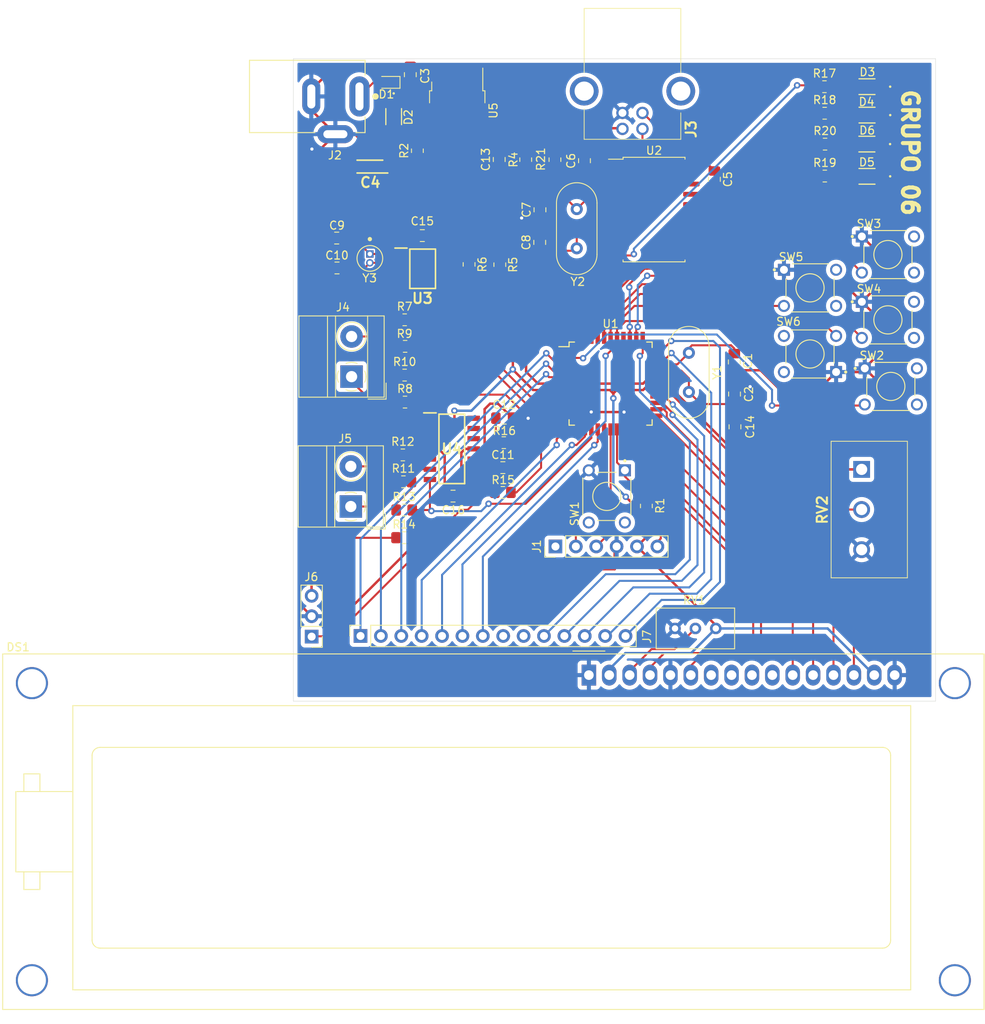
<source format=kicad_pcb>
(kicad_pcb (version 20211014) (generator pcbnew)
  (layers (0 "F.Cu" signal) (31 "B.Cu" signal) (34 "B.Paste" user) (35 "F.Paste" user) (36 "B.SilkS" user "B.Silkscreen") (37 "F.SilkS" user "F.Silkscreen") (38 "B.Mask" user) (39 "F.Mask" user) (44 "Edge.Cuts" user))
  (net 0 "")
  (net 1 "Net-(C1-Pad2)")
  (net 2 "GND")
  (net 3 "Net-(C2-Pad2)")
  (net 4 "Net-(C3-Pad1)")
  (net 5 "+5V")
  (net 6 "Net-(C5-Pad2)")
  (net 7 "Net-(C7-Pad2)")
  (net 8 "Net-(C8-Pad1)")
  (net 9 "Net-(C9-Pad2)")
  (net 10 "Net-(C10-Pad1)")
  (net 11 "Net-(C11-Pad2)")
  (net 12 "/Periféricos/Saída_analog")
  (net 13 "Net-(C12-Pad1)")
  (net 14 "Net-(C13-Pad1)")
  (net 15 "Net-(D2-Pad2)")
  (net 16 "Net-(D3-Pad2)")
  (net 17 "Net-(D4-Pad2)")
  (net 18 "Net-(D5-Pad2)")
  (net 19 "Net-(D6-Pad2)")
  (net 20 "/RS")
  (net 21 "/EN")
  (net 22 "/DB4")
  (net 23 "/DB5")
  (net 24 "/DB6")
  (net 25 "/DB7")
  (net 26 "Net-(D1-Pad2)")
  (net 27 "PGC")
  (net 28 "PGD")
  (net 29 "VPP")
  (net 30 "/Comunicação serial /VBUS")
  (net 31 "Net-(J3-Pad2)")
  (net 32 "Net-(J3-Pad3)")
  (net 33 "Net-(J4-Pad2)")
  (net 34 "Net-(J4-Pad1)")
  (net 35 "Net-(J5-Pad1)")
  (net 36 "Net-(J5-Pad2)")
  (net 37 "RB5")
  (net 38 "RC0")
  (net 40 "RD7")
  (net 41 "RD6")
  (net 42 "RD5")
  (net 43 "RE1")
  (net 44 "RE0")
  (net 45 "VUSB")
  (net 46 "ICCK")
  (net 47 "ICDT")
  (net 48 "ICPORTS")
  (net 49 "ICRST")
  (net 50 "/SDA")
  (net 51 "/SCL")
  (net 52 "Net-(R7-Pad2)")
  (net 53 "Net-(R10-Pad1)")
  (net 54 "/DIFERENCIAL1")
  (net 55 "Net-(R11-Pad2)")
  (net 56 "Net-(R12-Pad2)")
  (net 57 "/DIFERENCIAL2")
  (net 58 "/PWM")
  (net 59 "/TX")
  (net 60 "/RX")
  (net 61 "/RC4")
  (net 62 "/RC5")
  (net 63 "Net-(R21-Pad2)")
  (net 64 "/TRIMPOT")
  (net 65 "/CHAVE5")
  (net 66 "/CHAVE4")
  (net 67 "/CHAVE3")
  (net 68 "/CHAVE2")
  (net 69 "/CHAVE1")
  (net 101 "Net-(DS1-Pad3)")
  (net 103 "unconnected-(DS1-Pad8)")
  (footprint "Capacitor_SMD:C_0805_2012Metric_Pad1.18x1.45mm_HandSolder" (layer "F.Cu") (at 160.98012 85.38718 90)
    (fp_text reference "C1")
    (fp_text value "15pF")
  )
  (footprint "Capacitor_SMD:C_0805_2012Metric_Pad1.18x1.45mm_HandSolder" (layer "F.Cu") (at 161.0106 89.38514 -90)
    (fp_text reference "C2")
    (fp_text value "15pF")
  )
  (footprint "Capacitor_SMD:C_0805_2012Metric_Pad1.18x1.45mm_HandSolder" (layer "F.Cu") (at 120.61 49.6125 90)
    (fp_text reference "C3")
    (fp_text value "100nF")
  )
  (footprint "SamacSys_Parts:CAPPM3216X180N" (layer "F.Cu") (at 115.57634 61.05906 180)
    (fp_text reference "C4")
    (fp_text value "10uF" hide)
  )
  (footprint "Capacitor_SMD:C_0805_2012Metric_Pad1.18x1.45mm_HandSolder" (layer "F.Cu") (at 158.50108 62.6403 -90)
    (fp_text reference "C5")
    (fp_text value "220nF")
  )
  (footprint "Capacitor_SMD:C_0805_2012Metric_Pad1.18x1.45mm_HandSolder" (layer "F.Cu") (at 142.31366 60.325 -90)
    (fp_text reference "C6")
    (fp_text value "100nF")
  )
  (footprint "Capacitor_SMD:C_0805_2012Metric_Pad1.18x1.45mm_HandSolder" (layer "F.Cu") (at 136.7663 66.44132 90)
    (fp_text reference "C7")
    (fp_text value "22pF")
  )
  (footprint "Capacitor_SMD:C_0805_2012Metric_Pad1.18x1.45mm_HandSolder" (layer "F.Cu") (at 136.73582 70.50024 90)
    (fp_text reference "C8")
    (fp_text value "22pF")
  )
  (footprint "Capacitor_SMD:C_0805_2012Metric_Pad1.18x1.45mm_HandSolder" (layer "F.Cu") (at 111.43996 69.95922)
    (fp_text reference "C9")
    (fp_text value "10pF")
  )
  (footprint "Capacitor_SMD:C_0805_2012Metric_Pad1.18x1.45mm_HandSolder" (layer "F.Cu") (at 111.47552 73.68286 180)
    (fp_text reference "C10")
    (fp_text value "10pF")
  )
  (footprint "Capacitor_SMD:C_0805_2012Metric_Pad1.18x1.45mm_HandSolder" (layer "F.Cu") (at 132.1435 98.552)
    (fp_text reference "C11")
    (fp_text value "10u")
  )
  (footprint "Capacitor_SMD:C_0805_2012Metric_Pad1.18x1.45mm_HandSolder" (layer "F.Cu") (at 132.3086 92.3925)
    (fp_text reference "C12")
    (fp_text value "10u")
  )
  (footprint "Capacitor_SMD:C_0805_2012Metric_Pad1.18x1.45mm_HandSolder" (layer "F.Cu") (at 131.68884 60.17768 90)
    (fp_text reference "C13")
    (fp_text value "100nF")
  )
  (footprint "LED:LTST-C150GKT" (layer "F.Cu") (at 118.54 54.835601 -90)
    (fp_text reference "D2")
    (fp_text value "LED" hide)
  )
  (footprint "LED:LTST-C150GKT" (layer "F.Cu") (at 177.51298 51.10734 180)
    (fp_text reference "D3")
    (fp_text value "LED" hide)
  )
  (footprint "LED:LTST-C150GKT" (layer "F.Cu") (at 177.5206 54.6481 180)
    (fp_text reference "D4")
    (fp_text value "LED" hide)
  )
  (footprint "LED:LTST-C150GKT" (layer "F.Cu") (at 177.51298 62.27318 180)
    (fp_text reference "D5")
    (fp_text value "LED" hide)
  )
  (footprint "LED:LTST-C150GKT" (layer "F.Cu") (at 177.50028 58.25744 180)
    (fp_text reference "D6")
    (fp_text value "LED" hide)
  )
  (footprint "Display:HY1602E" (layer "F.Cu") (at 142.86 124.39)
    (fp_text reference "DS1")
    (fp_text value "HY1602E")
  )
  (footprint "Connector_PinHeader_2.54mm:PinHeader_1x06_P2.54mm_Vertical" (layer "F.Cu") (at 138.6967 108.3691 90)
    (fp_text reference "J1")
    (fp_text value "ICSP")
  )
  (footprint "PJ-002A:CUI_PJ-002A" (layer "F.Cu") (at 114.2746 52.324 180)
    (fp_text reference "J2")
    (fp_text value "PJ-002A")
  )
  (footprint "Connector_PinHeader_2.54mm:PinHeader_1x03_P2.54mm_Vertical" (layer "F.Cu") (at 108.3183 119.5959 180)
    (fp_text reference "J6")
    (fp_text value "Conn_01x03_Male")
  )
  (footprint "Connector_PinSocket_2.54mm:PinSocket_1x14_P2.54mm_Vertical" (layer "F.Cu") (at 114.40668 119.51462 90)
    (fp_text reference "J7")
    (fp_text value "Conn_01x14_Female")
  )
  (footprint "Resistor_SMD:R_0805_2012Metric_Pad1.20x1.40mm_HandSolder" (layer "F.Cu") (at 150.0251 103.3272 90)
    (fp_text reference "R1")
    (fp_text value "10k")
  )
  (footprint "Resistor_SMD:R_0805_2012Metric_Pad1.20x1.40mm_HandSolder" (layer "F.Cu") (at 121.49074 59.08548 90)
    (fp_text reference "R2")
    (fp_text value "330")
  )
  (footprint "Resistor_SMD:R_0805_2012Metric_Pad1.20x1.40mm_HandSolder" (layer "F.Cu") (at 134.99046 60.19636 -90)
    (fp_text reference "R4")
    (fp_text value "10k")
  )
  (footprint "Resistor_SMD:R_0805_2012Metric_Pad1.20x1.40mm_HandSolder" (layer "F.Cu") (at 131.76504 73.27392 -90)
    (fp_text reference "R5")
    (fp_text value "10k")
  )
  (footprint "Resistor_SMD:R_0805_2012Metric_Pad1.20x1.40mm_HandSolder" (layer "F.Cu") (at 127.93472 73.24014 -90)
    (fp_text reference "R6")
    (fp_text value "10k")
  )
  (footprint "Resistor_SMD:R_0805_2012Metric_Pad1.20x1.40mm_HandSolder" (layer "F.Cu") (at 119.91086 80.14208)
    (fp_text reference "R7")
    (fp_text value "330")
  )
  (footprint "Resistor_SMD:R_0805_2012Metric_Pad1.20x1.40mm_HandSolder" (layer "F.Cu") (at 119.94896 90.38844)
    (fp_text reference "R8")
    (fp_text value "330")
  )
  (footprint "Resistor_SMD:R_0805_2012Metric_Pad1.20x1.40mm_HandSolder" (layer "F.Cu") (at 119.9642 83.44662)
    (fp_text reference "R9")
    (fp_text value "1k")
  )
  (footprint "Resistor_SMD:R_0805_2012Metric_Pad1.20x1.40mm_HandSolder" (layer "F.Cu") (at 119.90324 87.02802)
    (fp_text reference "R10")
    (fp_text value "1k")
  )
  (footprint "Resistor_SMD:R_0805_2012Metric_Pad1.20x1.40mm_HandSolder" (layer "F.Cu") (at 119.75084 100.31222)
    (fp_text reference "R11")
    (fp_text value "330")
  )
  (footprint "Resistor_SMD:R_0805_2012Metric_Pad1.20x1.40mm_HandSolder" (layer "F.Cu") (at 119.68226 96.96704)
    (fp_text reference "R12")
    (fp_text value "330")
  )
  (footprint "Resistor_SMD:R_0805_2012Metric_Pad1.20x1.40mm_HandSolder" (layer "F.Cu") (at 119.84736 103.83012)
    (fp_text reference "R13")
    (fp_text value "1k")
  )
  (footprint "Resistor_SMD:R_0805_2012Metric_Pad1.20x1.40mm_HandSolder" (layer "F.Cu") (at 119.83466 107.27436)
    (fp_text reference "R14")
    (fp_text value "1k")
  )
  (footprint "Resistor_SMD:R_0805_2012Metric_Pad1.20x1.40mm_HandSolder" (layer "F.Cu") (at 132.1435 101.6381 180)
    (fp_text reference "R15")
    (fp_text value "3.9k")
  )
  (footprint "Resistor_SMD:R_0805_2012Metric_Pad1.20x1.40mm_HandSolder" (layer "F.Cu") (at 132.2578 95.4405 180)
    (fp_text reference "R16")
    (fp_text value "3.9k")
  )
  (footprint "Resistor_SMD:R_0805_2012Metric_Pad1.20x1.40mm_HandSolder" (layer "F.Cu") (at 172.21454 51.11242)
    (fp_text reference "R17")
    (fp_text value "330")
  )
  (footprint "Resistor_SMD:R_0805_2012Metric_Pad1.20x1.40mm_HandSolder" (layer "F.Cu") (at 172.23994 54.41442)
    (fp_text reference "R18")
    (fp_text value "330")
  )
  (footprint "Resistor_SMD:R_0805_2012Metric_Pad1.20x1.40mm_HandSolder" (layer "F.Cu") (at 172.26026 62.24016)
    (fp_text reference "R19")
    (fp_text value "330")
  )
  (footprint "Resistor_SMD:R_0805_2012Metric_Pad1.20x1.40mm_HandSolder" (layer "F.Cu") (at 172.2882 58.26252)
    (fp_text reference "R20")
    (fp_text value "330")
  )
  (footprint "Resistor_SMD:R_0805_2012Metric_Pad1.20x1.40mm_HandSolder" (layer "F.Cu") (at 138.6332 60.198 -90)
    (fp_text reference "R21")
    (fp_text value "470")
  )
  (footprint "Potentiometer_THT:Potentiometer_Bourns_3296W_Vertical" (layer "F.Cu") (at 153.5938 118.5799 180)
    (fp_text reference "RV1")
    (fp_text value "10k")
  )
  (footprint "SamacSys_Parts:P160KN0QC15B100K" (layer "F.Cu") (at 176.8472 98.77044 -90)
    (fp_text reference "RV2")
    (fp_text value "R_POT" hide)
  )
  (footprint "Chave Táctil:SW_1825910-6-4" (layer "F.Cu") (at 145.0975 102.1334 -90)
    (fp_text reference "SW1")
    (fp_text value "1825910-6")
  )
  (footprint "Chave Táctil:SW_1825910-6-4" (layer "F.Cu") (at 180.48478 88.43772)
    (fp_text reference "SW2")
    (fp_text value "1825910-6")
  )
  (footprint "Chave Táctil:SW_1825910-6-4" (layer "F.Cu") (at 180.1241 72.01662)
    (fp_text reference "SW3")
    (fp_text value "1825910-6")
  )
  (footprint "Chave Táctil:SW_1825910-6-4" (layer "F.Cu") (at 180.1241 80.14716)
    (fp_text reference "SW4")
    (fp_text value "1825910-6")
  )
  (footprint "Chave Táctil:SW_1825910-6-4" (layer "F.Cu") (at 170.41622 76.1619)
    (fp_text reference "SW5")
    (fp_text value "1825910-6")
  )
  (footprint "Chave Táctil:SW_1825910-6-4" (layer "F.Cu") (at 170.41622 84.39658 180)
    (fp_text reference "SW6")
    (fp_text value "1825910-6")
  )
  (footprint "Package_QFP:TQFP-44_10x10mm_P0.8mm" (layer "F.Cu") (at 145.5674 88.0872)
    (fp_text reference "U1")
    (fp_text value "PIC18F4550-IPT")
  )
  (footprint "Package_SO:SOIC-20W_7.5x12.8mm_P1.27mm" (layer "F.Cu") (at 150.98014 66.41084)
    (fp_text reference "U2")
    (fp_text value "MCP2200-I-SO")
  )
  (footprint "SamacSys_Parts:SOIC127P600X175-14N" (layer "F.Cu") (at 125.7808 96.2152)
    (fp_text reference "U4")
    (fp_text value "LM324" hide)
  )
  (footprint "Package_TO_SOT_SMD:TO-252-3_TabPin2" (layer "F.Cu") (at 126.46 54.09 -90)
    (fp_text reference "U5")
    (fp_text value "LD1117S50TR_SOT223")
  )
  (footprint "Crystal:Crystal_HC49-4H_Vertical" (layer "F.Cu") (at 155.321 84.2518 -90)
    (fp_text reference "Y1")
    (fp_text value "20MHz")
  )
  (footprint "Crystal:Crystal_HC49-4H_Vertical" (layer "F.Cu") (at 141.34846 66.35496 -90)
    (fp_text reference "Y2")
    (fp_text value "12MHz")
  )
  (footprint "SamacSys_Parts:XTAL_AB38T-32.768KHZ" (layer "F.Cu") (at 115.57 72.4916 -90)
    (fp_text reference "Y3")
    (fp_text value "32.768kHz")
  )
  (footprint "SamacSys_Parts:SOIC127P600X175-8N" (layer "F.Cu") (at 122.1486 73.787)
    (fp_text reference "U3")
    (fp_text value "MCP7940N-xSN" hide)
  )
  (footprint "SamacSys_Parts:8974300490000000" (layer "F.Cu") (at 147.0533 56.3626 180)
    (fp_text reference "J3")
    (fp_text value "USB" hide)
  )
  (footprint "Capacitor_SMD:C_0805_2012Metric_Pad1.18x1.45mm_HandSolder" (layer "F.Cu") (at 161.06394 93.46692 90)
    (fp_text reference "C14")
    (fp_text value "100nF")
  )
  (footprint "Capacitor_SMD:C_0805_2012Metric_Pad1.18x1.45mm_HandSolder" (layer "F.Cu") (at 122.10542 69.65442 180)
    (fp_text reference "C15")
    (fp_text value "100nF")
  )
  (footprint "Capacitor_SMD:C_0805_2012Metric_Pad1.18x1.45mm_HandSolder" (layer "F.Cu") (at 125.9332 102.10038)
    (fp_text reference "C16")
    (fp_text value "100nF")
  )
  (footprint "TerminalBlock_MetzConnect:TerminalBlock_MetzConnect_Type011_RT05502HBWC_1x02_P5.00mm_Horizontal" (layer "F.Cu") (at 113.29162 87.21852 90)
    (fp_text reference "J4")
    (fp_text value "Screw_Terminal_01x02")
  )
  (footprint "TerminalBlock_MetzConnect:TerminalBlock_MetzConnect_Type011_RT05502HBWC_1x02_P5.00mm_Horizontal" (layer "F.Cu") (at 113.1951 103.39324 90)
    (fp_text reference "J5")
    (fp_text value "Screw_Terminal_01x02")
  )
  (footprint "Diode_SMD:D_0603_1608Metric" (layer "F.Cu") (at 117.84 50.57 180)
    (fp_text reference "D1")
    (fp_text value "D_Schottky")
  )
  (gr_line (start 186.055 47.625) (end 106.045 47.625) (layer "Edge.Cuts") (width 0.05))
  (gr_line (start 106.045 47.625) (end 106.045 127.635) (layer "Edge.Cuts") (width 0.05))
  (gr_line (start 106.045 127.635) (end 186.055 127.635) (layer "Edge.Cuts") (width 0.05))
  (gr_line (start 186.055 127.635) (end 186.055 47.625) (layer "Edge.Cuts") (width 0.05))
  (gr_text "GRUPO 06" (at 182.88 59.3217 -90) (layer "F.SilkS") (effects (font (size 2 2) (thickness 0.5))))
  (segment (start 155.6981 83.3159) (end 160.5788 83.3159) (width 0.25) (layer "F.Cu") (net 1))
  (segment (start 153.8856 85.6872) (end 155.321 84.2518) (width 0.25) (layer "F.Cu") (net 1))
  (segment (start 151.2674 85.6872) (end 153.8856 85.6872) (width 0.25) (layer "F.Cu") (net 1))
  (segment (start 160.98012 83.71722) (end 160.5788 83.3159) (width 0.25) (layer "F.Cu") (net 1))
  (segment (start 155.321 83.693) (end 155.6981 83.3159) (width 0.25) (layer "F.Cu") (net 1))
  (segment (start 160.98012 84.34968) (end 160.98012 83.71722) (width 0.25) (layer "F.Cu") (net 1))
  (segment (start 155.321 84.2518) (end 155.321 83.693) (width 0.25) (layer "F.Cu") (net 1))
  (segment (start 136.4488 105.3973) (end 136.4488 105.2821) (width 0.3) (layer "F.Cu") (net 2))
  (segment (start 126.9707 96.6753) (end 127.4308 96.2152) (width 0.3) (layer "F.Cu") (net 2))
  (segment (start 114.22634 57.5437) (end 114.29772 57.5437) (width 0.3) (layer "F.Cu") (net 2))
  (segment (start 108.3183 117.0559) (end 106.80192 115.53952) (width 0.3) (layer "F.Cu") (net 2))
  (segment (start 136.74988 67.4624) (end 136.7663 67.47882) (width 0.3) (layer "F.Cu") (net 2))
  (segment (start 160.69564 87.9944) (end 160.77184 87.9182) (width 0.3) (layer "F.Cu") (net 2))
  (segment (start 106.80192 84.53882) (end 106.80192 78.41996) (width 0.3) (layer "F.Cu") (net 2))
  (segment (start 161.0106 88.34764) (end 161.0106 86.45516) (width 0.3) (layer "F.Cu") (net 2))
  (segment (start 179.02148 58.25744) (end 179.02148 54.66842) (width 0.3) (layer "F.Cu") (net 2))
  (segment (start 135.0391 71.15946) (end 136.73582 69.46274) (width 0.3) (layer "F.Cu") (net 2))
  (segment (start 176.8472 108.77044) (end 179.18684 106.4308) (width 0.3) (layer "F.Cu") (net 2))
  (segment (start 143.1671 91.6305) (end 143.1544 91.6178) (width 0.3) (layer "F.Cu") (net 2))
  (segment (start 120.59726 48.56226) (end 120.61 48.575) (width 0.3) (layer "F.Cu") (net 2))
  (segment (start 161.0106 88.34764) (end 162.83314 88.34764) (width 0.3) (layer "F.Cu") (net 2))
  (segment (start 157.59412 60.69584) (end 158.50108 61.6028) (width 0.3) (layer "F.Cu") (net 2))
  (segment (start 110.28834 74.96674) (end 110.43802 74.81706) (width 0.3) (layer "F.Cu") (net 2))
  (segment (start 155.63014 60.69584) (end 156.65514 60.69584) (width 0.3) (layer "F.Cu") (net 2))
  (segment (start 112.9665 61.05906) (end 114.22634 61.05906) (width 0.3) (layer "F.Cu") (net 2))
  (segment (start 106.80192 115.53952) (end 106.80192 85.63356) (width 0.3) (layer "F.Cu") (net 2))
  (segment (start 173.66622 86.64658) (end 176.77592 86.64658) (width 0.3) (layer "F.Cu") (net 2))
  (segment (start 179.03418 51.10734) (end 179.03418 54.64048) (width 0.3) (layer "F.Cu") (net 2))
  (segment (start 110.43802 74.81706) (end 110.43802 74.96674) (width 0.3) (layer "F.Cu") (net 2))
  (segment (start 106.80192 85.63356) (end 106.80192 85.1281) (width 0.3) (layer "F.Cu") (net 2))
  (segment (start 167.16622 74.9609) (end 168.09798 75.89266) (width 0.3) (layer "F.Cu") (net 2))
  (segment (start 177.23478 86.15306) (end 178.55184 84.836) (width 0.3) (layer "F.Cu") (net 2))
  (segment (start 176.8741 69.76662) (end 176.90128 69.76662) (width 0.3) (layer "F.Cu") (net 2))
  (segment (start 167.16622 73.9119) (end 167.16622 74.9609) (width 0.3) (layer "F.Cu") (net 2))
  (segment (start 110.43802 75.66016) (end 110.40618 75.692) (width 0.3) (layer "F.Cu") (net 2))
  (segment (start 139.8674 88.0872) (end 149.612398 88.0872) (width 0.3) (layer "F.Cu") (net 2))
  (segment (start 130.5306 62.7126) (end 139.5222 62.7126) (width 0.3) (layer "F.Cu") (net 2))
  (segment (start 174.8696 75.89266) (end 176.8741 77.89716) (width 0.3) (layer "F.Cu") (net 2))
  (segment (start 108.3183 117.0559) (end 112.1664 117.0559) (width 0.3) (layer "F.Cu") (net 2))
  (segment (start 150.5966 52.5526) (end 148.81496 52.5526) (width 0.3) (layer "F.Cu") (net 2))
  (segment (start 121.06792 73.51386) (end 121.06792 69.65442) (width 0.3) (layer "F.Cu") (net 2))
  (segment (start 131.5427 90.5891) (end 133.3461 92.3925) (width 0.3) (layer "F.Cu") (net 2))
  (segment (start 136.73582 69.46274) (end 136.73582 67.5093) (width 0.3) (layer "F.Cu") (net 2))
  (segment (start 171.75824 88.55456) (end 173.66622 86.64658) (width 0.3) (layer "F.Cu") (net 2))
  (segment (start 107.33532 85.1281) (end 106.80192 85.1281) (width 0.3) (layer "F.Cu") (net 2))
  (segment (start 106.80192 85.1281) (end 106.80192 84.53882) (width 0.3) (layer "F.Cu") (net 2))
  (segment (start 120.61 48.575) (end 120.745 48.44) (width 0.3) (layer "F.Cu") (net 2))
  (segment (start 106.82986 85.63356) (end 107.33532 85.1281) (width 0.3) (layer "F.Cu") (net 2))
  (segment (start 110.44056 74.81706) (end 111.30026 75.67676) (width 0.3) (layer "F.Cu") (net 2))
  (segment (start 129.7178 61.8998) (end 130.5306 62.7126) (width 0.3) (layer "F.Cu") (net 2))
  (segment (start 106.80192 84.53882) (end 106.80192 84.5947) (width 0.3) (layer "F.Cu") (net 2))
  (segment (start 149.612398 88.0872) (end 150.412398 87.2872) (width 0.3) (layer "F.Cu") (net 2))
  (segment (start 120.15978 74.422) (end 121.06792 73.51386) (width 0.3) (layer "F.Cu") (net 2))
  (segment (start 135.0391 86.614) (end 135.0391 71.15946) (width 0.3) (layer "F.Cu") (net 2))
  (segment (start 178.55184 84.836) (end 178.55184 79.5749) (width 0.3) (layer "F.Cu") (net 2))
  (segment (start 179.18684 88.13978) (end 177.23478 86.18772) (width 0.3) (layer "F.Cu") (net 2))
  (segment (start 177.23478 86.18772) (end 177.23478 86.15306) (width 0.3) (layer "F.Cu") (net 2))
  (segment (start 110.40246 73.6473) (end 110.43802 73.68286) (width 0.3) (layer "F.Cu") (net 2))
  (segment (start 146.0754 108.6104) (end 146.3167 108.3691) (width 0.3) (layer "F.Cu") (net 2))
  (segment (start 108.2746 52.324) (end 108.2746 54.024) (width 0.3) (layer "F.Cu") (net 2))
  (segment (start 160.98012 86.42468) (end 164.24774 86.42468) (width 0.3) (layer "F.Cu") (net 2))
  (segment (start 162.83314 88.34764) (end 162.9537 88.4682) (width 0.3) (layer "F.Cu") (net 2))
  (segment (start 152.22728 54.18328) (end 150.5966 52.5526) (width 0.3) (layer "F.Cu") (net 2))
  (segment (start 109.14126 76.08062) (end 109.54512 75.67676) (width 0.3) (layer "F.Cu") (net 2))
  (segment (start 110.42142 75.67676) (end 110.43802 75.66016) (width 0.3) (layer "F.Cu") (net 2))
  (segment (start 146.0754 111.2029) (end 137.7205 111.2029) (width 0.3) (layer "F.Cu") (net 2))
  (segment (start 155.63014 60.69584) (end 154.52344 60.69584) (width 0.3) (layer "F.Cu") (net 2))
  (segment (start 131.68884 57.15) (end 134.54498 54.29386) (width 0.3) (layer "F.Cu") (net 2))
  (segment (start 106.80192 85.63356) (end 106.82986 85.63356) (width 0.3) (layer "F.Cu") (net 2))
  (segment (start 120.83466 108.38764) (end 120.83466 107.27436) (width 0.3) (layer "F.Cu") (net 2))
  (segment (start 114.22634 61.05906) (end 114.22634 57.68366) (width 0.3) (layer "F.Cu") (net 2))
  (segment (start 168.09798 75.89266) (end 174.8696 75.89266) (width 0.3) (layer "F.Cu") (net 2))
  (segment (start 139.5222 62.7126) (end 140.8938 61.341) (width 0.3) (layer "F.Cu") (net 2))
  (segment (start 110.43802 74.81706) (end 110.44056 74.81706) (width 0.3) (layer "F.Cu") (net 2))
  (segment (start 154.52344 60.69584) (end 152.22728 58.39968) (width 0.3) (layer "F.Cu") (net 2))
  (segment (start 131.68884 59.14018) (end 130.75022 59.14018) (width 0.3) (layer "F.Cu") (net 2))
  (segment (start 110.42024 74.96674) (end 110.43802 74.96674) (width 0.3) (layer "F.Cu") (net 2))
  (segment (start 139.8674 88.0872) (end 136.5123 88.0872) (width 0.3) (layer "F.Cu") (net 2))
  (segment (start 126.9707 102.10038) (end 126.9707 96.6753) (width 0.3) (layer "F.Cu") (net 2))
  (segment (start 114.22634 57.5437) (end 114.22634 57.68366) (width 0.3) (layer "F.Cu") (net 2))
  (segment (start 129.8702 95.9258) (end 129.8702 91.2622) (width 0.3) (layer "F.Cu") (net 2))
  (segment (start 176.8741 69.76662) (end 176.8741 66.6738) (width 0.3) (layer "F.Cu") (net 2))
  (segment (start 110.43802 73.68286) (end 110.43802 74.81706) (width 0.3) (layer "F.Cu") (net 2))
  (segment (start 119.4486 75.692) (end 119.4486 74.422) (width 0.3) (layer "F.Cu") (net 2))
  (segment (start 108.2746 52.324) (end 108.2746 51.5041) (width 0.3) (layer "F.Cu") (net 2))
  (segment (start 114.29772 57.5437) (end 118.52148 53.31994) (width 0.3) (layer "F.Cu") (net 2))
  (segment (start 110.25514 74.96674) (end 110.42024 74.96674) (width 0.3) (layer "F.Cu") (net 2))
  (segment (start 108.2746 54.024) (end 111.2746 57.024) (width 0.3) (layer "F.Cu") (net 2))
  (segment (start 110.40246 69.95922) (end 110.40246 73.6473) (width 0.3) (layer "F.Cu") (net 2))
  (segment (start 111.30026 75.67676) (end 119.43336 75.67676) (width 0.3) (layer "F.Cu") (net 2))
  (segment (start 162.9537 91.25458) (end 162.9537 88.4682) (width 0.3) (layer "F.Cu") (net 2))
  (segment (start 130.5433 90.5891) (end 131.5427 90.5891) (width 0.3) (layer "F.Cu") (net 2))
  (segment (start 129.8702 91.2622) (end 130.5433 90.5891) (width 0.3) (layer "F.Cu") (net 2))
  (segment (start 136.4361 105.41) (end 136.4488 105.3973) (width 0.3) (layer "F.Cu") (net 2))
  (segment (start 161.77886 92.42942) (end 162.9537 91.25458) (width 0.3) (layer "F.Cu") (net 2))
  (segment (start 106.80192 84.5947) (end 107.33532 85.1281) (width 0.3) (layer "F.Cu") (net 2))
  (segment (start 110.43802 74.96674) (end 110.43802 75.66016) (width 0.3) (layer "F.Cu") (net 2))
  (segment (start 119.00332 85.1281) (end 107.33532 85.1281) (width 0.3) (layer "F.Cu") (net 2))
  (segment (start 161.06394 92.42942) (end 161.77886 92.42942) (width 0.3) (layer "F.Cu") (net 2))
  (segment (start 135.2804 92.3925) (end 135.2931 92.4052) (width 0.3) (layer "F.Cu") (net 2))
  (segment (start 128.5058 96.2152) (end 129.5808 96.2152) (width 0.3) (layer "F.Cu") (net 2))
  (segment (start 137.7205 111.2029) (end 136.4488 109.9312) (width 0.3) (layer "F.Cu") (net 2))
  (segment (start 112.1664 117.0559) (end 120.83466 108.38764) (width 0.3) (layer "F.Cu") (net 2))
  (segment (start 110.25514 74.96674) (end 110.28834 74.96674) (width 0.3) (layer "F.Cu") (net 2))
  (segment (start 128.67262 50.42368) (end 130.6748 50.42368) (width 0.3) (layer "F.Cu") (net 2))
  (segment (start 130.6748 50.42368) (end 134.54498 54.29386) (width 0.3) (layer "F.Cu") (net 2))
  (segment (start 178.54168 76.22958) (end 176.8741 77.89716) (width 0.3) (layer "F.Cu") (net 2))
  (segment (start 179.03418 64.51372) (end 179.03418 62.27318) (width 0.3) (layer "F.Cu") (net 2))
  (segment (start 119.4486 74.422) (end 120.15978 74.422) (width 0.3) (layer "F.Cu") (net 2))
  (segment (start 110.40246 69.95922) (end 110.40246 63.6231) (width 0.3) (layer "F.Cu") (net 2))
  (segment (start 178.54168 71.40702) (end 178.54168 76.22958) (width 0.3) (layer "F.Cu") (net 2))
  (segment (start 120.745 48.44) (end 127.29 48.44) (width 0.3) (layer "F.Cu") (net 2))
  (segment (start 173.1158 87.26304) (end 173.1158 87.2469) (width 0.25) (layer "F.Cu") (net 2))
  (segment (start 109.42394 58.87466) (end 111.2746 57.024) (width 0.3) (layer "F.Cu") (net 2))
  (segment (start 113.70664 57.024) (end 114.22634 57.5437) (width 0.3) (layer "F.Cu") (net 2))
  (segment (start 147.2438 91.6305) (end 143.1671 91.6305) (width 0.3) (layer "F.Cu") (net 2))
  (segment (start 108.2746 51.5041) (end 111.21644 48.56226) (width 0.3) (layer "F.Cu") (net 2))
  (segment (start 108.34878 58.87466) (end 109.42394 58.87466) (width 0.3) (layer "F.Cu") (net 2))
  (segment (start 176.77592 86.64658) (end 177.23478 86.18772) (width 0.3) (layer "F.Cu") (net 2))
  (segment (start 140.8938 60.70736) (end 142.31366 59.2875) (width 0.3) (layer "F.Cu") (net 2))
  (segment (start 136.73582 67.5093) (end 136.7663 67.47882) (width 0.3) (layer "F.Cu") (net 2))
  (segment (start 111.2746 57.024) (end 113.70664 57.024) (width 0.3) (layer "F.Cu") (net 2))
  (segment (start 127.4308 96.2152) (end 128.5058 96.2152) (width 0.3) (layer "F.Cu") (net 2))
  (segment (start 136.4488 105.2821) (end 142.8475 98.8834) (width 0.3) (layer "F.Cu") (net 2))
  (segment (start 179.03418 62.27318) (end 179.03418 58.27014) (width 0.3) (layer "F.Cu") (net 2))
  (segment (start 166.37762 88.55456) (end 171.75824 88.55456) (width 0.3) (layer "F.Cu") (net 2))
  (segment (start 176.90128 69.76662) (end 178.54168 71.40702) (width 0.3) (layer "F.Cu") (net 2))
  (segment (start 130.75022 59.14018) (end 129.7178 60.1726) (width 0.3) (layer "F.Cu") (net 2))
  (segment (start 129.5808 96.2152) (end 129.8702 95.9258) (width 0.3) (layer "F.Cu") (net 2))
  (segment (start 106.80192 78.41996) (end 109.14126 76.08062) (width 0.3) (layer "F.Cu") (net 2))
  (segment (start 148.81496 52.5526) (end 147.04576 54.3218) (width 0.3) (layer "F.Cu") (net 2))
  (segment (start 176.8741 66.6738) (end 179.03418 64.51372) (width 0.3) (layer "F.Cu") (net 2))
  (segment (start 179.18684 106.4308) (end 179.18684 88.13978) (width 0.3) (layer "F.Cu") (net 2))
  (segment (start 146.0754 111.2029) (end 146.0754 108.6104) (width 0.3) (layer "F.Cu") (net 2))
  (segment (start 110.42024 74.96674) (end 110.42024 75.19788) (width 0.3) (layer "F.Cu") (net 2))
  (segment (start 111.21644 48.56226) (end 120.59726 48.56226) (width 0.3) (layer "F.Cu") (net 2))
  (segment (start 129.7178 60.1726) (end 129.7178 61.8998) (width 0.3) (layer "F.Cu") (net 2))
  (segment (start 179.02148 54.66842) (end 179.0418 54.6481) (width 0.3) (layer "F.Cu") (net 2))
  (segment (start 109.54512 75.67676) (end 110.42142 75.67676) (width 0.3) (layer "F.Cu") (net 2))
  (segment (start 136.5123 88.0872) (end 135.0391 86.614) (width 0.3) (layer "F.Cu") (net 2))
  (segment (start 140.8938 61.341) (end 140.8938 60.70736) (width 0.3) (layer "F.Cu") (net 2))
  (segment (start 161.0106 86.45516) (end 160.98012 86.42468) (width 0.3) (layer "F.Cu") (net 2))
  (segment (start 110.40246 63.6231) (end 112.9665 61.05906) (width 0.3) (layer "F.Cu") (net 2))
  (segment (start 120.90324 87.02802) (end 120.90324 86.9028) (width 0.3) (layer "F.Cu") (net 2))
  (segment (start 164.24774 86.42468) (end 166.37762 88.55456) (width 0.3) (layer "F.Cu") (net 2))
  (segment (start 152.22728 58.39968) (end 152.22728 54.18328) (width 0.3) (layer "F.Cu") (net 2))
  (segment (start 136.4488 109.9312) (end 136.4488 105.3973) (width 0.3) (layer "F.Cu") (net 2))
  (segment (start 178.55184 79.5749) (end 176.8741 77.89716) (width 0.3) (layer "F.Cu") (net 2))
  (segment (start 131.68884 59.14018) (end 131.68884 57.15) (width 0.3) (layer "F.Cu") (net 2))
  (segment (start 155.63014 60.69584) (end 157.59412 60.69584) (width 0.3) (layer "F.Cu") (net 2))
  (segment (start 150.412398 87.2872) (end 151.2674 87.2872) (width 0.3) (layer "F.Cu") (net 2))
  (segment (start 134.4803 67.4624) (end 136.74988 67.4624) (width 0.3) (layer "F.Cu") (net 2))
  (segment (start 120.90324 86.9028) (end 120.800435 86.9028) (width 0.3) (layer "F.Cu") (net 2))
  (segment (start 127.29 48.44) (end 128.74 49.89) (width 0.3) (layer "F.Cu") (net 2))
  (segment (start 179.03418 54.64048) (end 179.0418 54.6481) (width 0.3) (layer "F.Cu") (net 2))
  (segment (start 120.90324 87.02802) (end 119.00332 85.1281) (width 0.3) (layer "F.Cu") (net 2))
  (segment (start 179.03418 58.27014) (end 179.02148 58.25744) (width 0.3) (layer "F.Cu") (net 2))
  (segment (start 133.3461 92.3925) (end 135.2804 92.3925) (width 0.3) (layer "F.Cu") (net 2))
  (segment (start 110.42142 75.67676) (end 111.30026 75.67676) (width 0.3) (layer "F.Cu") (net 2))
  (segment (start 109.54512 75.67676) (end 110.25514 74.96674) (width 0.3) (layer "F.Cu") (net 2))
  (segment (start 119.43336 75.67676) (end 119.4486 75.692) (width 0.3) (layer "F.Cu") (net 2))
  (via (at 135.2931 92.4052) (size 0.8) (drill 0.4) (layers "F.Cu" "B.Cu") (net 2))
  (via (at 134.4803 67.4624) (size 0.8) (drill 0.4) (layers "F.Cu" "B.Cu") (net 2))
  (via (at 108.34878 58.87466) (size 0.8) (drill 0.4) (layers "F.Cu" "B.Cu") (net 2))
  (via (at 147.2438 91.6305) (size 0.8) (drill 0.4) (layers "F.Cu" "B.Cu") (net 2))
  (via (at 143.1544 91.6178) (size 0.8) (drill 0.4) (layers "F.Cu" "B.Cu") (net 2))
  (via (at 162.9537 88.4682) (size 0.8) (drill 0.4) (layers "F.Cu" "B.Cu") (net 2))
  (segment (start 152.87244 124.3711) (end 152.8826 124.3711) (width 0.3) (layer "B.Cu") (net 2))
  (segment (start 155.65595 89.46675) (end 156.82148 90.63228) (width 0.25) (layer "F.Cu") (net 3))
  (segment (start 154.3814 86.4872) (end 155.321 87.4268) (width 0.25) (layer "F.Cu") (net 3))
  (segment (start 155.321 89.1318) (end 155.65595 89.46675) (width 0.25) (layer "F.Cu") (net 3))
  (segment (start 155.321 87.4268) (end 155.321 89.1318) (width 0.25) (layer "F.Cu") (net 3))
  (segment (start 151.2674 86.4872) (end 154.3814 86.4872) (width 0.25) (layer "F.Cu") (net 3))
  (segment (start 156.82148 90.63228) (end 160.80096 90.63228) (width 0.25) (layer "F.Cu") (net 3))
  (segment (start 160.80096 90.63228) (end 161.0106 90.42264) (width 0.25) (layer "F.Cu") (net 3))
  (segment (start 118.5926 50.68806) (end 118.5418 50.63726) (width 0.3) (layer "F.Cu") (net 4))
  (segment (start 118.52148 50.65758) (end 118.5418 50.63726) (width 0.3) (layer "F.Cu") (net 4))
  (segment (start 121.37 49.89) (end 120.61 50.65) (width 0.25) (layer "F.Cu") (net 4))
  (segment (start 118.6275 50.57) (end 120.53 50.57) (width 0.25) (layer "F.Cu") (net 4))
  (segment (start 124.18 49.89) (end 121.37 49.89) (width 0.25) (layer "F.Cu") (net 4))
  (segment (start 120.53 50.57) (end 120.61 50.65) (width 0.25) (layer "F.Cu") (net 4))
  (segment (start 139.8674 88.8872) (end 145.4784 88.8872) (width 0.3) (layer "F.Cu") (net 5))
  (segment (start 124.8957 96.9801) (end 124.1308 96.2152) (width 0.3) (layer "F.Cu") (net 5))
  (segment (start 126.37262 56.72368) (end 126.37262 50.42368) (width 0.3) (layer "F.Cu") (net 5))
  (segment (start 131.76504 66.95186) (end 134.74192 63.97498) (width 0.3) (layer "F.Cu") (net 5))
  (segment (start 123.14292 70.17632) (end 124.8486 71.882) (width 0.3) (layer "F.Cu") (net 5))
  (segment (start 133.3881 73.88352) (end 133.3881 86.34984) (width 0.3) (layer "F.Cu") (net 5))
  (segment (start 133.3881 86.34984) (end 135.92546 88.8872) (width 0.3) (layer "F.Cu") (net 5))
  (segment (start 116.92634 61.05906) (end 120.51716 61.05906) (width 0.3) (layer "F.Cu") (net 5))
  (segment (start 132.81505 73.32393) (end 132.82851 73.32393) (width 0.3) (layer "F.Cu") (net 5))
  (segment (start 126.111 94.235) (end 126.111 91.4654) (width 0.3) (layer "F.Cu") (net 5))
  (segment (start 121.49074 60.08548) (end 123.01082 60.08548) (width 0.3) (layer "F.Cu") (net 5))
  (segment (start 145.25244 124.3711) (end 145.34388 124.3711) (width 0.3) (layer "F.Cu") (net 5))
  (segment (start 124.1308 96.2152) (end 126.111 94.235) (width 0.3) (layer "F.Cu") (net 5))
  (segment (start 108.3056 96.8248) (end 111.55934 93.57106) (width 0.3) (layer "F.Cu") (net 5))
  (segment (start 119.37746 93.57106) (end 122.0216 96.2152) (width 0.3) (layer "F.Cu") (net 5))
  (segment (start 123.01082 60.08548) (end 126.37262 56.72368) (width 0.3) (layer "F.Cu") (net 5))
  (segment (start 163.2204 98.77044) (end 161.01949 96.56953) (width 0.3) (layer "F.Cu") (net 5))
  (segment (start 123.0558 96.2152) (end 124.1308 96.2152) (width 0.3) (layer "F.Cu") (net 5))
  (segment (start 150.412398 88.0872) (end 151.2674 88.0872) (width 0.3) (layer "F.Cu") (net 5))
  (segment (start 145.9103 89.3191) (end 145.4784 88.8872) (width 0.3) (layer "F.Cu") (net 5))
  (segment (start 176.8472 98.77044) (end 163.2204 98.77044) (width 0.3) (layer "F.Cu") (net 5))
  (segment (start 123.14292 69.65442) (end 123.14292 70.17632) (width 0.3) (layer "F.Cu") (net 5))
  (segment (start 161.06394 96.52508) (end 161.01949 96.56953) (width 0.3) (layer "F.Cu") (net 5))
  (segment (start 124.8957 102.10038) (end 124.8957 96.9801) (width 0.3) (layer "F.Cu") (net 5))
  (segment (start 132.82851 73.32393) (end 133.3881 73.88352) (width 0.3) (layer "F.Cu") (net 5))
  (segment (start 127.57658 71.882) (end 127.93472 72.24014) (width 0.3) (layer "F.Cu") (net 5))
  (segment (start 108.3056 114.4778) (end 108.3056 96.8248) (width 0.3) (layer "F.Cu") (net 5))
  (segment (start 161.06394 94.50442) (end 161.06394 95.5802) (width 0.3) (layer "F.Cu") (net 5))
  (segment (start 142.31366 61.3625) (end 144.5299 61.3625) (width 0.3) (layer "F.Cu") (net 5))
  (segment (start 145.9103 89.3191) (end 145.9103 89.3064) (width 0.3) (layer "F.Cu") (net 5))
  (segment (start 134.74192 63.97498) (end 139.70118 63.97498) (width 0.3) (layer "F.Cu") (net 5))
  (segment (start 148.6154 108.5215) (end 148.6154 108.0389) (width 0.3) (layer "F.Cu") (net 5))
  (segment (start 131.73126 72.24014) (end 131.76504 72.27392) (width 0.3) (layer "F.Cu") (net 5))
  (segment (start 161.06394 95.5802) (end 161.06394 96.52508) (width 0.3) (layer "F.Cu") (net 5))
  (segment (start 121.49074 60.08548) (end 122.16714 60.08548) (width 0.3) (layer "F.Cu") (net 5))
  (segment (start 149.6027 104.3272) (end 147.4597 102.1842) (width 0.3) (layer "F.Cu") (net 5))
  (segment (start 124.8486 63.44334) (end 121.49074 60.08548) (width 0.3) (layer "F.Cu") (net 5))
  (segment (start 127.93472 72.24014) (end 131.73126 72.24014) (width 0.3) (layer "F.Cu") (net 5))
  (segment (start 111.55934 93.57106) (end 119.37746 93.57106) (width 0.3) (layer "F.Cu") (net 5))
  (segment (start 145.25244 124.3711) (end 145.25244 124.30506) (width 0.3) (layer "F.Cu") (net 5))
  (segment (start 145.9103 89.916) (end 145.9103 89.3191) (width 0.3) (layer "F.Cu") (net 5))
  (segment (start 146.3295 88.8872) (end 149.612398 88.8872) (width 0.3) (layer "F.Cu") (net 5))
  (segment (start 144.5299 61.3625) (end 145.19656 60.69584) (width 0.3) (layer "F.Cu") (net 5))
  (segment (start 152.53716 88.0872) (end 151.2674 88.0872) (width 0.3) (layer "F.Cu") (net 5))
  (segment (start 131.76504 72.27392) (end 131.76504 66.95186) (width 0.3) (layer "F.Cu") (net 5))
  (segment (start 148.8567 108.3691) (end 150.1394 107.0864) (width 0.3) (layer "F.Cu") (net 5))
  (segment (start 150.0251 104.3272) (end 149.6027 104.3272) (width 0.3) (layer "F.Cu") (net 5))
  (segment (start 158.6738 118.1862) (end 158.6738 118.5799) (width 0.3) (layer "F.Cu") (net 5))
  (segment (start 145.19656 60.69584) (end 146.33014 60.69584) (width 0.3) (layer "F.Cu") (net 5))
  (segment (start 121.49074 60.08548) (end 122.04816 60.08548) (width 0.3) (layer "F.Cu") (net 5))
  (segment (start 161.01949 96.56953) (end 160.54705 96.09709) (width 0.3) (layer "F.Cu") (net 5))
  (segment (start 139.70118 63.97498) (end 142.31366 61.3625) (width 0.3) (layer "F.Cu") (net 5))
  (segment (start 120.51716 61.05906) (end 121.49074 60.08548) (width 0.3) (layer "F.Cu") (net 5))
  (segment (start 124.8486 71.882) (end 127.57658 71.882) (width 0.3) (layer "F.Cu") (net 5))
  (segment (start 122.0216 96.2152) (end 123.0558 96.2152) (width 0.3) (layer "F.Cu") (net 5))
  (segment (start 135.92546 88.8872) (end 139.8674 88.8872) (width 0.3) (layer "F.Cu") (net 5))
  (segment (start 150.1394 104.4415) (end 150.0251 104.3272) (width 0.3) (layer "F.Cu") (net 5))
  (segment (start 160.54705 96.09709) (end 152.53716 88.0872) (width 0.3) (layer "F.Cu") (net 5))
  (segment (start 133.35254 86.34984) (end 133.3881 86.34984) (width 0.3) (layer "F.Cu") (net 5))
  (segment (start 145.4784 88.8872) (end 146.3295 88.8872) (width 0.3) (layer "F.Cu") (net 5))
  (segment (start 148.8567 108.3691) (end 158.6738 118.1862) (width 0.3) (layer "F.Cu") (net 5))
  (segment (start 145.9103 89.3064) (end 146.3295 88.8872) (width 0.3) (layer "F.Cu") (net 5))
  (segment (start 178.18862 124.28728) (end 178.27244 124.3711) (width 0.25) (layer "F.Cu") (net 5))
  (segment (start 149.612398 88.8872) (end 150.412398 88.0872) (width 0.3) (layer "F.Cu") (net 5))
  (segment (start 124.8486 71.882) (end 124.8486 63.44334) (width 0.3) (layer "F.Cu") (net 5))
  (segment (start 150.1394 107.0864) (end 150.1394 104.4415) (width 0.3) (layer "F.Cu") (net 5))
  (segment (start 131.76504 72.27392) (end 132.81505 73.32393) (width 0.3) (layer "F.Cu") (net 5))
  (via (at 126.111 91.4654) (size 0.8) (drill 0.4) (layers "F.Cu" "B.Cu") (net 5))
  (via (at 147.4597 102.1842) (size 0.8) (drill 0.4) (layers "F.Cu" "B.Cu") (net 5))
  (via (at 145.9103 89.916) (size 0.8) (drill 0.4) (layers "F.Cu" "B.Cu") (net 5))
  (via (at 133.3754 86.3092) (size 0.8) (drill 0.4) (layers "F.Cu" "B.Cu") (net 5))
  (segment (start 172.6099 118.5799) (end 178.42 124.39) (width 0.3) (layer "B.Cu") (net 5))
  (segment (start 147.41 121.65) (end 145.4 123.66) (width 0.3) (layer "B.Cu") (net 5))
  (segment (start 158.6738 118.5799) (end 155.6037 121.65) (width 0.3) (layer "B.Cu") (net 5))
  (segment (start 145.4 123.66) (end 145.4 124.39) (width 0.3) (layer "B.Cu") (net 5))
  (segment (start 145.9103 100.6348) (end 147.4597 102.1842) (width 0.3) (layer "B.Cu") (net 5))
  (segment (start 145.9103 89.916) (end 145.9103 100.6348) (width 0.3) (layer "B.Cu") (net 5))
  (segment (start 128.2192 91.4654) (end 133.3754 86.3092) (width 0.3) (layer "B.Cu") (net 5))
  (segment (start 126.111 91.4654) (end 128.2192 91.4654) (width 0.3) (layer "B.Cu") (net 5))
  (segment (start 158.6738 118.5799) (end 172.6099 118.5799) (width 0.3) (layer "B.Cu") (net 5))
  (segment (start 155.6037 121.65) (end 147.41 121.65) (width 0.3) (layer "B.Cu") (net 5))
  (segment (start 155.63014 64.50584) (end 156.39796 64.50584) (width 0.25) (layer "F.Cu") (net 6))
  (segment (start 155.63014 64.50584) (end 157.67304 64.50584) (width 0.25) (layer "F.Cu") (net 6))
  (segment (start 157.67304 64.50584) (end 158.50108 63.6778) (width 0.25) (layer "F.Cu") (net 6))
  (segment (start 140.39732 65.40382) (end 141.34846 66.35496) (width 0.25) (layer "F.Cu") (net 7))
  (segment (start 145.73758 61.96584) (end 146.33014 61.96584) (width 0.25) (layer "F.Cu") (net 7))
  (segment (start 141.34846 66.35496) (end 145.73758 61.96584) (width 0.25) (layer "F.Cu") (net 7))
  (segment (start 136.7663 65.40382) (end 140.39732 65.40382) (width 0.25) (layer "F.Cu") (net 7))
  (segment (start 145.30514 63.23584) (end 146.33014 63.23584) (width 0.25) (layer "F.Cu") (net 8))
  (segment (start 141.04568 71.53774) (end 141.34846 71.23496) (width 0.25) (layer "F.Cu") (net 8))
  (segment (start 144.41424 66.28384) (end 144.41424 64.12674) (width 0.25) (layer "F.Cu") (net 8))
  (segment (start 144.41424 64.12674) (end 145.30514 63.23584) (width 0.25) (layer "F.Cu") (net 8))
  (segment (start 136.73582 71.53774) (end 141.04568 71.53774) (width 0.25) (layer "F.Cu") (net 8))
  (segment (start 141.34846 69.34962) (end 144.41424 66.28384) (width 0.25) (layer "F.Cu") (net 8))
  (segment (start 141.34846 71.23496) (end 141.34846 69.34962) (width 0.25) (layer "F.Cu") (net 8))
  (segment (start 113.6015 69.9731) (end 115.57 71.9416) (width 0.25) (layer "F.Cu") (net 9))
  (segment (start 119.4105 71.9201) (end 119.4486 71.882) (width 0.25) (layer "F.Cu") (net 9))
  (segment (start 115.57 71.9416) (end 119.389 71.9416) (width 0.25) (layer "F.Cu") (net 9))
  (segment (start 112.47746 69.95922) (end 113.6015 69.95922) (width 0.25) (layer "F.Cu") (net 9))
  (segment (start 113.6015 69.95922) (end 113.6015 69.9731) (width 0.25) (layer "F.Cu") (net 9))
  (segment (start 119.389 71.9416) (end 119.4486 71.882) (width 0.25) (layer "F.Cu") (net 9))
  (segment (start 119.3167 73.0201) (end 119.4486 73.152) (width 0.25) (layer "F.Cu") (net 10))
  (segment (start 112.51302 73.68286) (end 114.92874 73.68286) (width 0.25) (layer "F.Cu") (net 10))
  (segment (start 119.3382 73.0416) (end 119.4486 73.152) (width 0.25) (layer "F.Cu") (net 10))
  (segment (start 115.57 73.0416) (end 119.3382 73.0416) (width 0.25) (layer "F.Cu") (net 10))
  (segment (start 114.92874 73.68286) (end 115.57 73.0416) (width 0.25) (layer "F.Cu") (net 10))
  (segment (start 133.181 98.552) (end 133.181 95.5173) (width 0.25) (layer "F.Cu") (net 11))
  (segment (start 131.1435 101.6381) (end 131.1435 100.5895) (width 0.25) (layer "F.Cu") (net 11))
  (segment (start 131.1435 100.5895) (end 133.181 98.552) (width 0.25) (layer "F.Cu") (net 11))
  (segment (start 133.181 95.5173) (end 133.2578 95.4405) (width 0.25) (layer "F.Cu") (net 11))
  (segment (start 128.49352 100.03748) (end 128.5058 100.0252) (width 0.25) (layer "F.Cu") (net 12))
  (segment (start 128.5058 98.7552) (end 130.9028 98.7552) (width 0.25) (layer "F.Cu") (net 12))
  (segment (start 111.13897 119.5578) (end 126.89713 103.79964) (width 0.25) (layer "F.Cu") (net 12))
  (segment (start 126.89713 103.79964) (end 127.77216 103.79964) (width 0.25) (layer "F.Cu") (net 12))
  (segment (start 108.3056 119.5578) (end 111.13897 119.5578) (width 0.25) (layer "F.Cu") (net 12))
  (segment (start 127.77216 103.79964) (end 128.49352 103.07828) (width 0.25) (layer "F.Cu") (net 12))
  (segment (start 128.5058 98.7552) (end 128.5058 100.0252) (width 0.25) (layer "F.Cu") (net 12))
  (segment (start 130.9028 98.7552) (end 131.106 98.552) (width 0.25) (layer "F.Cu") (net 12))
  (segment (start 128.49352 103.07828) (end 128.49352 100.03748) (width 0.25) (layer "F.Cu") (net 12))
  (segment (start 128.5058 97.4852) (end 129.0734 97.4852) (width 0.25) (layer "F.Cu") (net 13))
  (segment (start 131.2578 95.4405) (end 131.2578 92.4058) (width 0.25) (layer "F.Cu") (net 13))
  (segment (start 129.2131 97.4852) (end 131.2578 95.4405) (width 0.25) (layer "F.Cu") (net 13))
  (segment (start 128.5058 97.4852) (end 129.2131 97.4852) (width 0.25) (layer "F.Cu") (net 13))
  (segment (start 131.2578 92.4058) (end 131.2711 92.3925) (width 0.25) (layer "F.Cu") (net 13))
  (segment (start 135.45806 61.19636) (end 137.44372 59.2107) (width 0.25) (layer "F.Cu") (net 14))
  (segment (start 137.44372 59.2107) (end 138.6205 59.2107) (width 0.25) (layer "F.Cu") (net 14))
  (segment (start 134.99046 61.19636) (end 135.45806 61.19636) (width 0.25) (layer "F.Cu") (net 14))
  (segment (start 131.68884 61.21518) (end 134.97164 61.21518) (width 0.25) (layer "F.Cu") (net 14))
  (segment (start 134.97164 61.21518) (end 134.99046 61.19636) (width 0.25) (layer "F.Cu") (net 14))
  (segment (start 138.6205 59.2107) (end 138.6332 59.198) (width 0.25) (layer "F.Cu") (net 14))
  (segment (start 119.8024 58.08548) (end 121.49074 58.08548) (width 0.25) (layer "F.Cu") (net 15))
  (segment (start 118.52148 56.80456) (end 119.8024 58.08548) (width 0.25) (layer "F.Cu") (net 15))
  (segment (start 118.52148 56.36234) (end 118.52148 56.80456) (width 0.25) (layer "F.Cu") (net 15))
  (segment (start 175.9867 51.11242) (end 175.99178 51.10734) (width 0.25) (layer "F.Cu") (net 16))
  (segment (start 175.99178 50.45176) (end 175.99178 51.10734) (width 0.3) (layer "F.Cu") (net 16))
  (segment (start 173.21454 51.11242) (end 175.9867 51.11242) (width 0.25) (layer "F.Cu") (net 16))
  (segment (start 175.76572 54.41442) (end 175.9994 54.6481) (width 0.25) (layer "F.Cu") (net 17))
  (segment (start 173.23994 54.41442) (end 175.76572 54.41442) (width 0.25) (layer "F.Cu") (net 17))
  (segment (start 173.26026 62.24016) (end 175.95876 62.24016) (width 0.25) (layer "F.Cu") (net 18))
  (segment (start 175.95876 62.24016) (end 175.99178 62.27318) (width 0.25) (layer "F.Cu") (net 18))
  (segment (start 175.974 58.26252) (end 175.97908 58.25744) (width 0.25) (layer "F.Cu") (net 19))
  (segment (start 173.2882 58.26252) (end 175.974 58.26252) (width 0.25) (layer "F.Cu") (net 19))
  (segment (start 163.34 112.1844) (end 163.34 120.72) (width 0.25) (layer "F.Cu") (net 20))
  (segment (start 147.1674 96.0118) (end 163.34 112.1844) (width 0.25) (layer "F.Cu") (net 20))
  (segment (start 150.48 123.43) (end 150.48 124.39) (width 0.25) (layer "F.Cu") (net 20))
  (segment (start 147.1674 93.7872) (end 147.1674 96.0118) (width 0.25) (layer "F.Cu") (net 20))
  (segment (start 162.42 121.64) (end 152.27 121.64) (width 0.25) (layer "F.Cu") (net 20))
  (segment (start 163.34 120.72) (end 162.42 121.64) (width 0.25) (layer "F.Cu") (net 20))
  (segment (start 152.27 121.64) (end 150.48 123.43) (width 0.25) (layer "F.Cu") (net 20))
  (segment (start 155.56 123.23) (end 156.46 122.33) (width 0.25) (layer "F.Cu") (net 21))
  (segment (start 155.56 124.39) (end 155.56 123.23) (width 0.25) (layer "F.Cu") (net 21))
  (segment (start 162.95 122.33) (end 164.31 120.97) (width 0.25) (layer "F.Cu") (net 21))
  (segment (start 155.41244 124.3711) (end 155.41244 124.22886) (width 0.25) (layer "F.Cu") (net 21))
  (segment (start 156.46 122.33) (end 162.95 122.33) (width 0.25) (layer "F.Cu") (net 21))
  (segment (start 155.41244 124.3711) (end 155.41244 124.15266) (width 0.25) (layer "F.Cu") (net 21))
  (segment (start 147.9674 95.7704) (end 147.9674 93.7872) (width 0.25) (layer "F.Cu") (net 21))
  (segment (start 164.31 112.113) (end 147.9674 95.7704) (width 0.25) (layer "F.Cu") (net 21))
  (segment (start 164.31 120.97) (end 164.31 112.113) (width 0.25) (layer "F.Cu") (net 21))
  (segment (start 168.26 114.089802) (end 168.145099 113.974901) (width 0.25) (layer "F.Cu") (net 22))
  (segment (start 168.26 124.39) (end 168.26 114.089802) (width 0.25) (layer "F.Cu") (net 22))
  (segment (start 148.7674 93.7872) (end 148.7674 94.597202) (width 0.25) (layer "F.Cu") (net 22))
  (segment (start 148.7674 94.597202) (end 168.145099 113.974901) (width 0.25) (layer "F.Cu") (net 22))
  (segment (start 170.8 124.39) (end 170.8 114.45334) (width 0.25) (layer "F.Cu") (net 23))
  (segment (start 170.8 114.45334) (end 170.13833 113.79167) (width 0.25) (layer "F.Cu") (net 23))
  (segment (start 170.13833 113.79167) (end 149.5674 93.7872) (width 0.25) (layer "F.Cu") (net 23))
  (segment (start 173.34 124.39) (end 173.34 114.1598) (width 0.25) (layer "F.Cu") (net 24))
  (segment (start 173.34 114.1598) (end 151.2674 92.0872) (width 0.25) (layer "F.Cu") (net 24))
  (segment (start 175.88 115.63) (end 175.88 124.39) (width 0.25) (layer "F.Cu") (net 25))
  (segment (start 152.564 91.673095) (end 152.564 92.314) (width 0.25) (layer "F.Cu") (net 25))
  (segment (start 151.2674 91.2872) (end 152.178105 91.2872) (width 0.25) (layer "F.Cu") (net 25))
  (segment (start 152.178105 91.2872) (end 152.564 91.673095) (width 0.25) (layer "F.Cu") (net 25))
  (segment (start 152.564 92.314) (end 175.88 115.63) (width 0.25) (layer "F.Cu") (net 25))
  (segment (start 114.2746 52.324) (end 114.2746 51.3969) (width 0.25) (layer "F.Cu") (net 26))
  (segment (start 117.0525 50.57) (end 116.0286 50.57) (width 0.25) (layer "F.Cu") (net 26))
  (segment (start 114.2746 52.324) (end 114.2746 50.85588) (width 0.25) (layer "F.Cu") (net 26))
  (segment (start 116.0286 50.57) (end 114.2746 52.324) (width 0.25) (layer "F.Cu") (net 26))
  (segment (start 141.2367 103.3272) (end 144.7674 99.7965) (width 0.25) (layer "F.Cu") (net 27))
  (segment (start 144.7674 99.7965) (end 144.7674 93.7872) (width 0.25) (layer "F.Cu") (net 27))
  (segment (start 141.2367 108.3691) (end 141.2367 103.3272) (width 0.25) (layer "F.Cu") (net 27))
  (segment (start 143.7767 108.3691) (end 145.5674 106.5784) (width 0.25) (layer "F.Cu") (net 28))
  (segment (start 145.5674 106.5784) (end 145.5674 105.8291) (width 0.25) (layer "F.Cu") (net 28))
  (segment (start 145.5674 105.8291) (end 145.5674 93.7872) (width 0.25) (layer "F.Cu") (net 28))
  (segment (start 145.5674 106.0069) (end 145.5674 105.8291) (width 0.25) (layer "F.Cu") (net 28))
  (segment (start 150.0251 102.3272) (end 150.1935 102.3272) (width 0.25) (layer "F.Cu") (net 29))
  (segment (start 150.1935 102.3272) (end 151.8158 103.9495) (width 0.25) (layer "F.Cu") (net 29))
  (segment (start 147.3475 98.8834) (end 147.3475 99.6496) (width 0.25) (layer "F.Cu") (net 29))
  (segment (start 146.3674 97.9033) (end 147.3475 98.8834) (width 0.25) (layer "F.Cu") (net 29))
  (segment (start 147.3475 99.6496) (end 150.0251 102.3272) (width 0.25) (layer "F.Cu") (net 29))
  (segment (start 146.40008 93.81988) (end 146.3674 93.7872) (width 0.25) (layer "F.Cu") (net 29))
  (segment (start 151.8158 103.9495) (end 151.8158 107.3785) (width 0.25) (layer "F.Cu") (net 29))
  (segment (start 151.8158 107.3785) (end 151.1554 108.0389) (width 0.25) (layer "F.Cu") (net 29))
  (segment (start 146.3674 93.7872) (end 146.3674 97.9033) (width 0.25) (layer "F.Cu") (net 29))
  (segment (start 136.28878 56.28386) (end 147.01782 56.28386) (width 0.3) (layer "F.Cu") (net 30))
  (segment (start 134.99046 57.58218) (end 136.28878 56.28386) (width 0.3) (layer "F.Cu") (net 30))
  (segment (start 134.99046 59.19636) (end 134.99046 57.58218) (width 0.3) (layer "F.Cu") (net 30))
  (segment (start 147.01782 56.28386) (end 147.04576 56.3118) (width 0.3) (layer "F.Cu") (net 30))
  (segment (start 154.14498 63.23584) (end 155.63014 63.23584) (width 0.25) (layer "F.Cu") (net 31))
  (segment (start 149.53576 58.62662) (end 154.14498 63.23584) (width 0.25) (layer "F.Cu") (net 31))
  (segment (start 149.53576 58.62662) (end 149.53576 56.3118) (width 0.25) (layer "F.Cu") (net 31))
  (segment (start 151.12492 55.91096) (end 149.53576 54.3218) (width 0.25) (layer "F.Cu") (net 32))
  (segment (start 154.60514 61.96584) (end 151.12492 58.48562) (width 0.25) (layer "F.Cu") (net 32))
  (segment (start 155.63014 61.96584) (end 154.60514 61.96584) (width 0.25) (layer "F.Cu") (net 32))
  (segment (start 151.12492 58.48562) (end 151.12492 55.91096) (width 0.25) (layer "F.Cu") (net 32))
  (segment (start 116.83442 82.21852) (end 118.91086 80.14208) (width 0.25) (layer "F.Cu") (net 33))
  (segment (start 113.29162 82.21852) (end 116.83442 82.21852) (width 0.25) (layer "F.Cu") (net 33))
  (segment (start 118.56288 80.49006) (end 118.91086 80.14208) (width 0.25) (layer "F.Cu") (net 33))
  (segment (start 113.29162 87.21852) (end 113.29162 87.80526) (width 0.25) (layer "F.Cu") (net 34))
  (segment (start 113.29162 87.80526) (end 115.8748 90.38844) (width 0.25) (layer "F.Cu") (net 34))
  (segment (start 115.8748 90.38844) (end 118.94896 90.38844) (width 0.25) (layer "F.Cu") (net 34))
  (segment (start 115.66982 103.39324) (end 118.75084 100.31222) (width 0.25) (layer "F.Cu") (net 35))
  (segment (start 113.1951 103.39324) (end 115.66982 103.39324) (width 0.25) (layer "F.Cu") (net 35))
  (segment (start 113.1951 98.39324) (end 117.25606 98.39324) (width 0.25) (layer "F.Cu") (net 36))
  (segment (start 117.25606 98.39324) (end 118.68226 96.96704) (width 0.25) (layer "F.Cu") (net 36))
  (segment (start 143.5354 95.7453) (end 143.9674 95.3133) (width 0.25) (layer "F.Cu") (net 37))
  (segment (start 143.9674 95.3133) (end 143.9674 93.7872) (width 0.25) (layer "F.Cu") (net 37))
  (via (at 143.5354 95.7453) (size 0.8) (drill 0.4) (layers "F.Cu" "B.Cu") (net 37))
  (segment (start 129.64668 119.51462) (end 129.64668 109.63402) (width 0.25) (layer "B.Cu") (net 37))
  (segment (start 129.64668 109.63402) (end 143.5354 95.7453) (width 0.25) (layer "B.Cu") (net 37))
  (segment (start 151.2674 84.8872) (end 152.5393 84.8872) (width 0.25) (layer "F.Cu") (net 38))
  (segment (start 152.5393 84.8872) (end 153.1493 84.2772) (width 0.25) (layer "F.Cu") (net 38))
  (via (at 153.1493 84.2772) (size 0.8) (drill 0.4) (layers "F.Cu" "B.Cu") (net 38))
  (segment (start 156.2989 114.2492) (end 158.10992 112.43818) (width 0.25) (layer "B.Cu") (net 38))
  (segment (start 145.16608 119.51462) (end 150.4315 114.2492) (width 0.25) (layer "B.Cu") (net 38))
  (segment (start 158.10992 89.23782) (end 153.1493 84.2772) (width 0.25) (layer "B.Cu") (net 38))
  (segment (start 158.10992 112.43818) (end 158.10992 89.23782) (width 0.25) (layer "B.Cu") (net 38))
  (segment (start 150.4315 114.2492) (end 156.2989 114.2492) (width 0.25) (layer "B.Cu") (net 38))
  (segment (start 144.88668 119.51462) (end 145.16608 119.51462) (width 0.25) (layer "B.Cu") (net 38))
  (segment (start 137.5283 86.9061) (end 137.9094 87.2872) (width 0.25) (layer "F.Cu") (net 40))
  (segment (start 137.9094 87.2872) (end 139.8674 87.2872) (width 0.25) (layer "F.Cu") (net 40))
  (via (at 137.5283 86.9061) (size 0.8) (drill 0.4) (layers "F.Cu" "B.Cu") (net 40))
  (segment (start 119.48668 104.94772) (end 137.5283 86.9061) (width 0.25) (layer "B.Cu") (net 40))
  (segment (start 119.48668 119.51462) (end 119.48668 104.94772) (width 0.25) (layer "B.Cu") (net 40))
  (segment (start 138.4048 86.4872) (end 139.8674 86.4872) (width 0.25) (layer "F.Cu") (net 41))
  (segment (start 137.5283 85.6107) (end 138.4048 86.4872) (width 0.25) (layer "F.Cu") (net 41))
  (via (at 137.5283 85.6107) (size 0.8) (drill 0.4) (layers "F.Cu" "B.Cu") (net 41))
  (segment (start 116.94668 106.19232) (end 137.5283 85.6107) (width 0.25) (layer "B.Cu") (net 41))
  (segment (start 116.94668 119.51462) (end 116.94668 106.19232) (width 0.25) (layer "B.Cu") (net 41))
  (segment (start 138.9383 85.6872) (end 139.8674 85.6872) (width 0.25) (layer "F.Cu") (net 42))
  (segment (start 137.5537 84.3026) (end 138.9383 85.6872) (width 0.25) (layer "F.Cu") (net 42))
  (via (at 137.5537 84.3026) (size 0.8) (drill 0.4) (layers "F.Cu" "B.Cu") (net 42))
  (segment (start 114.40668 107.44962) (end 137.5537 84.3026) (width 0.25) (layer "B.Cu") (net 42))
  (segment (start 114.40668 119.51462) (end 114.40668 107.44962) (width 0.25) (layer "B.Cu") (net 42))
  (segment (start 152.2982 89.6872) (end 153.3017 90.6907) (width 0.25) (layer "F.Cu") (net 43))
  (segment (start 151.2674 89.6872) (end 152.2982 89.6872) (width 0.25) (layer "F.Cu") (net 43))
  (via (at 153.3017 90.6907) (size 0.8) (drill 0.4) (layers "F.Cu" "B.Cu") (net 43))
  (segment (start 142.34668 119.51462) (end 148.3995 113.4618) (width 0.25) (layer "B.Cu") (net 43))
  (segment (start 157.22854 111.60506) (end 157.22854 94.61754) (width 0.25) (layer "B.Cu") (net 43))
  (segment (start 155.3718 113.4618) (end 157.22854 111.60506) (width 0.25) (layer "B.Cu") (net 43))
  (segment (start 157.22854 94.61754) (end 153.3017 90.6907) (width 0.25) (layer "B.Cu") (net 43))
  (segment (start 148.3995 113.4618) (end 155.3718 113.4618) (width 0.25) (layer "B.Cu") (net 43))
  (segment (start 152.025198 90.4872) (end 151.2674 90.4872) (width 0.25) (layer "F.Cu") (net 44))
  (segment (start 153.289 91.9734) (end 153.289 91.751002) (width 0.25) (layer "F.Cu") (net 44))
  (segment (start 153.289 91.751002) (end 152.025198 90.4872) (width 0.25) (layer "F.Cu") (net 44))
  (via (at 153.289 91.9734) (size 0.8) (drill 0.4) (layers "F.Cu" "B.Cu") (net 44))
  (segment (start 139.80668 119.51462) (end 146.6723 112.649) (width 0.25) (layer "B.Cu") (net 44))
  (segment (start 156.396001 110.684999) (end 156.396001 95.080401) (width 0.25) (layer "B.Cu") (net 44))
  (segment (start 146.6723 112.649) (end 154.432 112.649) (width 0.25) (layer "B.Cu") (net 44))
  (segment (start 156.396001 95.080401) (end 153.289 91.9734) (width 0.25) (layer "B.Cu") (net 44))
  (segment (start 154.432 112.649) (end 156.396001 110.684999) (width 0.25) (layer "B.Cu") (net 44))
  (segment (start 146.0373 83.5406) (end 146.78519 83.5406) (width 0.25) (layer "F.Cu") (net 45))
  (segment (start 146.78519 83.5406) (end 147.1674 83.15839) (width 0.25) (layer "F.Cu") (net 45))
  (segment (start 147.1674 83.15839) (end 147.1674 82.3872) (width 0.25) (layer "F.Cu") (net 45))
  (segment (start 144.9451 84.6328) (end 146.0373 83.5406) (width 0.25) (layer "F.Cu") (net 45))
  (via (at 144.9451 84.6328) (size 0.8) (drill 0.4) (layers "F.Cu" "B.Cu") (net 45))
  (segment (start 127.10668 119.51462) (end 127.10668 110.59922) (width 0.25) (layer "B.Cu") (net 45))
  (segment (start 127.10668 110.59922) (end 144.9451 92.7608) (width 0.25) (layer "B.Cu") (net 45))
  (segment (start 144.9451 92.7608) (end 144.9451 84.6328) (width 0.25) (layer "B.Cu") (net 45))
  (segment (start 138.8491 95.7326) (end 138.8491 94.996) (width 0.25) (layer "F.Cu") (net 46))
  (segment (start 138.8491 94.996) (end 140.0579 93.7872) (width 0.25) (layer "F.Cu") (net 46))
  (segment (start 140.0579 93.7872) (end 141.5674 93.7872) (width 0.25) (layer "F.Cu") (net 46))
  (via (at 138.8491 95.7326) (size 0.8) (drill 0.4) (layers "F.Cu" "B.Cu") (net 46))
  (segment (start 122.02668 112.55502) (end 138.8491 95.7326) (width 0.25) (layer "B.Cu") (net 46))
  (segment (start 122.02668 119.51462) (end 122.02668 112.55502) (width 0.25) (layer "B.Cu") (net 46))
  (segment (start 142.3674 94.672285) (end 142.3674 93.7872) (width 0.25) (layer "F.Cu") (net 47))
  (segment (start 141.307085 95.7326) (end 142.3674 94.672285) (width 0.25) (layer "F.Cu") (net 47))
  (segment (start 140.7414 95.7326) (end 141.307085 95.7326) (width 0.25) (layer "F.Cu") (net 47))
  (via (at 140.7414 95.7326) (size 0.8) (drill 0.4) (layers "F.Cu" "B.Cu") (net 47))
  (segment (start 124.56668 111.90732) (end 140.7414 95.7326) (width 0.25) (layer "B.Cu") (net 47))
  (segment (start 124.56668 119.51462) (end 124.56668 111.90732) (width 0.25) (layer "B.Cu") (net 47))
  (segment (start 149.5674 84.2904) (end 149.5674 82.3872) (width 0.25) (layer "F.Cu") (net 48))
  (segment (start 149.2123 84.6455) (end 149.5674 84.2904) (width 0.25) (layer "F.Cu") (net 48))
  (via (at 149.2123 84.6455) (size 0.8) (drill 0.4) (layers "F.Cu" "B.Cu") (net 48))
  (segment (start 137.26668 119.51462) (end 144.9578 111.8235) (width 0.25) (layer "B.Cu") (net 48))
  (segment (start 153.6319 111.8235) (end 155.44038 110.01502) (width 0.25) (layer "B.Cu") (net 48))
  (segment (start 155.44038 110.01502) (end 155.44038 95.33523) (width 0.25) (layer "B.Cu") (net 48))
  (segment (start 155.44038 95.33523) (end 149.2123 89.10715) (width 0.25) (layer "B.Cu") (net 48))
  (segment (start 144.9578 111.8235) (end 153.6319 111.8235) (width 0.25) (layer "B.Cu") (net 48))
  (segment (start 149.2123 89.10715) (end 149.2123 84.6455) (width 0.25) (layer "B.Cu") (net 48))
  (segment (start 151.2674 84.0872) (end 151.8153 84.0872) (width 0.25) (layer "F.Cu") (net 49))
  (segment (start 151.8153 84.0872) (end 153.1239 82.7786) (width 0.25) (layer "F.Cu") (net 49))
  (via (at 153.1239 82.7786) (size 0.8) (drill 0.4) (layers "F.Cu" "B.Cu") (net 49))
  (segment (start 159.19704 83.60664) (end 158.369 82.7786) (width 0.25) (layer "B.Cu") (net 49))
  (segment (start 151.9174 115.0239) (end 156.9593 115.0239) (width 0.25) (layer "B.Cu") (net 49))
  (segment (start 159.19704 112.78616) (end 159.19704 83.60664) (width 0.25) (layer "B.Cu") (net 49))
  (segment (start 156.9593 115.0239) (end 159.19704 112.78616) (width 0.25) (layer "B.Cu") (net 49))
  (segment (start 147.42668 119.51462) (end 151.9174 115.0239) (width 0.25) (layer "B.Cu") (net 49))
  (segment (start 158.369 82.7786) (end 153.1239 82.7786) (width 0.25) (layer "B.Cu") (net 49))
  (segment (start 124.8486 75.692) (end 130.34696 75.692) (width 0.25) (layer "F.Cu") (net 50))
  (segment (start 130.34696 75.692) (end 130.34696 84.47964) (width 0.25) (layer "F.Cu") (net 50))
  (segment (start 130.34696 84.47964) (end 135.55452 89.6872) (width 0.25) (layer "F.Cu") (net 50))
  (segment (start 135.55452 89.6872) (end 139.8674 89.6872) (width 0.25) (layer "F.Cu") (net 50))
  (segment (start 130.34696 75.692) (end 131.76504 74.27392) (width 0.25) (layer "F.Cu") (net 50))
  (segment (start 122.74804 75.07224) (end 122.74804 78.30312) (width 0.25) (layer "F.Cu") (net 51))
  (segment (start 122.74804 78.30312) (end 134.93212 90.4872) (width 0.25) (layer "F.Cu") (net 51))
  (segment (start 127.75286 74.422) (end 127.93472 74.24014) (width 0.25) (layer "F.Cu") (net 51))
  (segment (start 123.39828 74.422) (end 122.74804 75.07224) (width 0.25) (layer "F.Cu") (net 51))
  (segment (start 134.93212 90.4872) (end 139.8674 90.4872) (width 0.25) (layer "F.Cu") (net 51))
  (segment (start 124.8486 74.422) (end 127.75286 74.422) (width 0.25) (layer "F.Cu") (net 51))
  (segment (start 124.8486 74.422) (end 123.39828 74.422) (width 0.25) (layer "F.Cu") (net 51))
  (segment (start 121.59234 91.79814) (end 122.72772 90.66276) (width 0.25) (layer "F.Cu") (net 52))
  (segment (start 118.9642 83.44662) (end 118.9642 83.29092) (width 0.25) (layer "F.Cu") (net 52))
  (segment (start 123.0558 93.6752) (end 122.0308 93.6752) (width 0.25) (layer "F.Cu") (net 52))
  (segment (start 118.9642 83.29092) (end 120.91086 81.34426) (width 0.25) (layer "F.Cu") (net 52))
  (segment (start 120.90324 80.1497) (end 120.91086 80.14208) (width 0.25) (layer "F.Cu") (net 52))
  (segment (start 122.0308 93.6752) (end 121.59234 93.23674) (width 0.25) (layer "F.Cu") (net 52))
  (segment (start 121.35866 84.73948) (end 120.25706 84.73948) (width 0.25) (layer "F.Cu") (net 52))
  (segment (start 122.72772 86.10854) (end 121.35866 84.73948) (width 0.25) (layer "F.Cu") (net 52))
  (segment (start 120.25706 84.73948) (end 118.9642 83.44662) (width 0.25) (layer "F.Cu") (net 52))
  (segment (start 120.91086 81.34426) (end 120.91086 80.14208) (width 0.25) (layer "F.Cu") (net 52))
  (segment (start 118.9642 83.47579) (end 118.9642 83.44662) (width 0.25) (layer "F.Cu") (net 52))
  (segment (start 118.9642 83.44662) (end 118.9642 83.74456) (width 0.25) (layer "F.Cu") (net 52))
  (segment (start 121.59234 93.23674) (end 121.59234 91.79814) (width 0.25) (layer "F.Cu") (net 52))
  (segment (start 122.72772 90.66276) (end 122.72772 86.10854) (width 0.25) (layer "F.Cu") (net 52))
  (segment (start 118.90324 87.43518) (end 120.94896 89.4809) (width 0.25) (layer "F.Cu") (net 53))
  (segment (start 118.90324 87.02802) (end 118.90324 87.43518) (width 0.25) (layer "F.Cu") (net 53))
  (segment (start 120.94896 89.4809) (end 120.94896 90.38844) (width 0.25) (layer "F.Cu") (net 53))
  (segment (start 122.0308 94.9452) (end 120.94896 93.86336) (width 0.25) (layer "F.Cu") (net 53))
  (segment (start 118.90324 87.02802) (end 118.90324 87.24214) (width 0.25) (layer "F.Cu") (net 53))
  (segment (start 123.0558 94.9452) (end 122.0308 94.9452) (width 0.25) (layer "F.Cu") (net 53))
  (segment (start 120.94896 93.86336) (end 120.94896 90.38844) (width 0.25) (layer "F.Cu") (net 53))
  (segment (start 120.9642 83.44662) (end 121.26214 83.44662) (width 0.25) (layer "F.Cu") (net 54))
  (segment (start 124.8283 87.91448) (end 124.8283 89.4588) (width 0.25) (layer "F.Cu") (net 54))
  (segment (start 132.4864 89.4588) (end 134.3406 91.313) (width 0.25) (layer "F.Cu") (net 54))
  (segment (start 124.8283 87.01278) (end 124.8283 87.91448) (width 0.25) (layer "F.Cu") (net 54))
  (segment (start 134.3664 91.2872) (end 139.8674 91.2872) (width 0.25) (layer "F.Cu") (net 54))
  (segment (start 121.26214 83.44662) (end 124.8283 87.01278) (width 0.25) (layer "F.Cu") (net 54))
  (segment (start 120.9642 83.44662) (end 121.39676 83.44662) (width 0.25) (layer "F.Cu") (net 54))
  (segment (start 124.8283 89.4588) (end 132.4864 89.4588) (width 0.25) (layer "F.Cu") (net 54))
  (segment (start 123.0558 91.2313) (end 124.8283 89.4588) (width 0.25) (layer "F.Cu") (net 54))
  (segment (start 134.3406 91.313) (end 134.3664 91.2872) (width 0.25) (layer "F.Cu") (net 54))
  (segment (start 123.0558 92.4052) (end 123.0558 91.2313) (width 0.25) (layer "F.Cu") (net 54))
  (segment (start 124.8283 87.6935) (end 124.8283 87.91448) (width 0.25) (layer "F.Cu") (net 54))
  (segment (start 120.9642 83.44662) (end 120.9642 83.09788) (width 0.25) (layer "F.Cu") (net 54))
  (segment (start 120.9642 83.44662) (end 121.01576 83.44662) (width 0.25) (layer "F.Cu") (net 54))
  (segment (start 120.75084 101.16642) (end 120.75084 100.31222) (width 0.25) (layer "F.Cu") (net 55))
  (segment (start 120.75084 99.84562) (end 121.84126 98.7552) (width 0.25) (layer "F.Cu") (net 55))
  (segment (start 118.84736 103.83012) (end 118.84736 103.0699) (width 0.25) (layer "F.Cu") (net 55))
  (segment (start 120.75084 100.31222) (end 120.75084 99.84562) (width 0.25) (layer "F.Cu") (net 55))
  (segment (start 118.84736 103.0699) (end 120.75084 101.16642) (width 0.25) (layer "F.Cu") (net 55))
  (segment (start 121.84126 98.7552) (end 123.0558 98.7552) (width 0.25) (layer "F.Cu") (net 55))
  (segment (start 118.91442 95.1992) (end 120.68226 96.96704) (width 0.25) (layer "F.Cu") (net 56))
  (segment (start 121.12498 97.4852) (end 123.0558 97.4852) (width 0.25) (layer "F.Cu") (net 56))
  (segment (start 109.06209 104.80759) (end 109.062091 98.327499) (width 0.25) (layer "F.Cu") (net 56))
  (segment (start 111.5441 107.2896) (end 109.06209 104.80759) (width 0.25) (layer "F.Cu") (net 56))
  (segment (start 120.68226 97.04248) (end 121.12498 97.4852) (width 0.25) (layer "F.Cu") (net 56))
  (segment (start 118.81942 107.2896) (end 118.83466 107.27436) (width 0.25) (layer "F.Cu") (net 56))
  (segment (start 109.062091 98.327499) (end 112.19039 95.1992) (width 0.25) (layer "F.Cu") (net 56))
  (segment (start 120.68226 96.96704) (end 120.68226 97.04248) (width 0.25) (layer "F.Cu") (net 56))
  (segment (start 112.19039 95.1992) (end 118.91442 95.1992) (width 0.25) (layer "F.Cu") (net 56))
  (segment (start 111.5441 107.2896) (end 118.81942 107.2896) (width 0.25) (layer "F.Cu") (net 56))
  (segment (start 143.1674 94.856) (end 143.1674 93.7872) (width 0.25) (layer "F.Cu") (net 57))
  (segment (start 123.0558 103.75942) (end 123.23826 103.94188) (width 0.25) (layer "F.Cu") (net 57))
  (segment (start 134.9756 103.0478) (end 143.1674 94.856) (width 0.25) (layer "F.Cu") (net 57))
  (segment (start 123.1265 103.83012) (end 123.23826 103.94188) (width 0.25) (layer "F.Cu") (net 57))
  (segment (start 130.3655 103.0478) (end 134.9756 103.0478) (width 0.25) (layer "F.Cu") (net 57))
  (segment (start 123.0558 100.0252) (end 123.0558 103.75942) (width 0.25) (layer "F.Cu") (net 57))
  (segment (start 120.84736 103.83012) (end 123.1265 103.83012) (width 0.25) (layer "F.Cu") (net 57))
  (segment (start 123.23064 103.9495) (end 123.23826 103.94188) (width 0.25) (layer "F.Cu") (net 57))
  (via (at 123.23826 103.94188) (size 0.8) (drill 0.4) (layers "F.Cu" "B.Cu") (net 57))
  (via (at 130.3655 103.0478) (size 0.8) (drill 0.4) (layers "F.Cu" "B.Cu") (net 57))
  (segment (start 123.26874 103.97236) (end 123.23826 103.94188) (width 0.25) (layer "B.Cu") (net 57))
  (segment (start 129.44094 103.97236) (end 123.26874 103.97236) (width 0.25) (layer "B.Cu") (net 57))
  (segment (start 129.44094 103.97236) (end 130.3655 103.0478) (width 0.25) (layer "B.Cu") (net 57))
  (segment (start 136.906 98.5647) (end 136.906 95.0486) (width 0.25) (layer "F.Cu") (net 58))
  (segment (start 133.1435 101.6381) (end 133.8326 101.6381) (width 0.25) (layer "F.Cu") (net 58))
  (segment (start 136.906 95.0486) (end 139.8674 92.0872) (width 0.25) (layer "F.Cu") (net 58))
  (segment (start 133.8326 101.6381) (end 136.906 98.5647) (width 0.25) (layer "F.Cu") (net 58))
  (segment (start 139.8674 92.0872) (end 139.8674 92.1662) (width 0.25) (layer "F.Cu") (net 58))
  (segment (start 148.29536 72.12584) (end 148.463 71.9582) (width 0.25) (layer "F.Cu") (net 59))
  (segment (start 168.8084 50.9397) (end 171.04182 50.9397) (width 0.25) (layer "F.Cu") (net 59))
  (segment (start 146.33014 72.12584) (end 148.29536 72.12584) (width 0.25) (layer "F.Cu") (net 59))
  (segment (start 139.8674 78.58858) (end 146.33014 72.12584) (width 0.25) (layer "F.Cu") (net 59))
  (segment (start 139.8674 84.0872) (end 139.8674 78.58858) (width 0.25) (layer "F.Cu") (net 59))
  (segment (start 171.04182 50.9397) (end 171.21454 51.11242) (width 0.25) (layer "F.Cu") (net 59))
  (via (at 148.463 71.9582) (size 0.8) (drill 0.4) (layers "F.Cu" "B.Cu") (net 59))
  (via (at 168.8084 50.9397) (size 0.8) (drill 0.4) (layers "F.Cu" "B.Cu") (net 59))
  (segment (start 148.463 71.2851) (end 168.8084 50.9397) (width 0.25) (layer "B.Cu") (net 59))
  (segment (start 148.463 71.9582) (end 148.463 71.2851) (width 0.25) (layer "B.Cu") (net 59))
  (segment (start 152.09876 70.85584) (end 155.63014 70.85584) (width 0.25) (layer "F.Cu") (net 60))
  (segment (start 169.57294 56.08142) (end 171.23994 54.41442) (width 0.25) (layer "F.Cu") (net 60))
  (segment (start 141.5674 82.3872) (end 141.5674 82.36154) (width 0.25) (layer "F.Cu") (net 60))
  (segment (start 155.63014 70.85584) (end 156.65514 70.85584) (width 0.25) (layer "F.Cu") (net 60))
  (segment (start 169.57294 57.93804) (end 169.57294 56.08142) (width 0.25) (layer "F.Cu") (net 60))
  (segment (start 141.5674 81.3872) (end 152.09876 70.85584) (width 0.25) (layer "F.Cu") (net 60))
  (segment (start 156.65514 70.85584) (end 169.57294 57.93804) (width 0.25) (layer "F.Cu") (net 60))
  (segment (start 141.5674 82.3872) (end 141.5674 81.3872) (width 0.25) (layer "F.Cu") (net 60))
  (segment (start 150.12568 74.65568) (end 149.89892 74.65568) (width 0.25) (layer "F.Cu") (net 61))
  (segment (start 169.7228 62.24016) (end 157.30728 74.65568) (width 0.25) (layer "F.Cu") (net 61))
  (segment (start 171.26026 62.24016) (end 169.7228 62.24016) (width 0.25) (layer "F.Cu") (net 61))
  (segment (start 148.7674 81.203623) (end 148.949503 81.02152) (width 0.25) (layer "F.Cu") (net 61))
  (segment (start 157.30728 74.65568) (end 150.12568 74.65568) (width 0.25) (layer "F.Cu") (net 61))
  (segment (start 148.7674 82.3872) (end 148.7674 81.203623) (width 0.25) (layer "F.Cu") (net 61))
  (segment (start 171.26026 62.24016) (end 171.0055 62.24016) (width 0.25) (layer "F.Cu") (net 61))
  (via (at 150.12568 74.65568) (size 0.8) (drill 0.4) (layers "F.Cu" "B.Cu") (net 61))
  (via (at 148.949503 81.02152) (size 0.8) (drill 0.4) (layers "F.Cu" "B.Cu") (net 61))
  (segment (start 148.949503 75.831857) (end 150.12568 74.65568) (width 0.25) (layer "B.Cu") (net 61))
  (segment (start 148.949503 81.02152) (end 148.949503 75.831857) (width 0.25) (layer "B.Cu") (net 61))
  (segment (start 171.2882 58.26252) (end 171.2882 59.46826) (width 0.25) (layer "F.Cu") (net 62))
  (segment (start 147.894599 75.696397) (end 149.814156 73.77684) (width 0.25) (layer "F.Cu") (net 62))
  (segment (start 147.9674 81.03892) (end 147.95 81.02152) (width 0.25) (layer "F.Cu") (net 62))
  (segment (start 156.97962 73.77684) (end 150.13316 73.77684) (width 0.25) (layer "F.Cu") (net 62))
  (segment (start 149.814156 73.77684) (end 150.13316 73.77684) (width 0.25) (layer "F.Cu") (net 62))
  (segment (start 171.2882 59.46826) (end 156.97962 73.77684) (width 0.25) (layer "F.Cu") (net 62))
  (segment (start 147.894599 76.084599) (end 147.894599 75.696397) (width 0.25) (layer "F.Cu") (net 62))
  (segment (start 147.9674 82.3872) (end 147.9674 81.03892) (width 0.25) (layer "F.Cu") (net 62))
  (segment (start 150.13316 73.77684) (end 149.97776 73.77684) (width 0.25) (layer "F.Cu") (net 62))
  (segment (start 148.0693 82.4891) (end 147.9674 82.3872) (width 0.25) (layer "F.Cu") (net 62))
  (via (at 147.894599 76.084599) (size 0.8) (drill 0.4) (layers "F.Cu" "B.Cu") (net 62))
  (via (at 147.95 81.02152) (size 0.8) (drill 0.4) (layers "F.Cu" "B.Cu") (net 62))
  (segment (start 147.95 76.14) (end 147.95 81.02152) (width 0.25) (layer "B.Cu") (net 62))
  (segment (start 147.894599 76.084599) (end 147.95 76.14) (width 0.25) (layer "B.Cu") (net 62))
  (segment (start 148.5519 63.30908) (end 147.35514 64.50584) (width 0.25) (layer "F.Cu") (net 63))
  (segment (start 147.35514 64.50584) (end 146.33014 64.50584) (width 0.25) (layer "F.Cu") (net 63))
  (segment (start 141.41196 57.69864) (end 145.8341 57.69864) (width 0.25) (layer "F.Cu") (net 63))
  (segment (start 139.1699 61.198) (end 140.6779 59.69) (width 0.25) (layer "F.Cu") (net 63))
  (segment (start 140.6779 58.4327) (end 141.41196 57.69864) (width 0.25) (layer "F.Cu") (net 63))
  (segment (start 138.6332 61.198) (end 139.1699 61.198) (width 0.25) (layer "F.Cu") (net 63))
  (segment (start 148.5519 60.41644) (end 148.5519 63.30908) (width 0.25) (layer "F.Cu") (net 63))
  (segment (start 140.6779 59.69) (end 140.6779 58.4327) (width 0.25) (layer "F.Cu") (net 63))
  (segment (start 145.8341 57.69864) (end 148.5519 60.41644) (width 0.25) (layer "F.Cu") (net 63))
  (segment (start 176.8472 103.77044) (end 167.51174 103.77044) (width 0.25) (layer "F.Cu") (net 64))
  (segment (start 167.51174 103.77044) (end 152.6285 88.8872) (width 0.25) (layer "F.Cu") (net 64))
  (segment (start 152.6285 88.8872) (end 151.2674 88.8872) (width 0.25) (layer "F.Cu") (net 64))
  (segment (start 165.6842 90.8177) (end 177.1048 90.8177) (width 0.25) (layer "F.Cu") (net 65))
  (segment (start 177.1048 90.8177) (end 177.23478 90.68772) (width 0.25) (layer "F.Cu") (net 65))
  (segment (start 142.1007 84.8872) (end 142.1384 84.9249) (width 0.25) (layer "F.Cu") (net 65))
  (segment (start 139.8674 84.8872) (end 142.1007 84.8872) (width 0.25) (layer "F.Cu") (net 65))
  (via (at 165.6842 90.8177) (size 0.8) (drill 0.4) (layers "F.Cu" "B.Cu") (net 65))
  (via (at 142.1384 84.9249) (size 0.8) (drill 0.4) (layers "F.Cu" "B.Cu") (net 65))
  (segment (start 142.1384 84.9249) (end 145.0933 81.97) (width 0.25) (layer "B.Cu") (net 65))
  (segment (start 165.6842 88.8619) (end 165.6842 90.8177) (width 0.25) (layer "B.Cu") (net 65))
  (segment (start 145.0933 81.97) (end 158.7923 81.97) (width 0.25) (layer "B.Cu") (net 65))
  (segment (start 158.7923 81.97) (end 165.6842 88.8619) (width 0.25) (layer "B.Cu") (net 65))
  (segment (start 149.4917 75.7047) (end 143.9674 81.229) (width 0.25) (layer "F.Cu") (net 66))
  (segment (start 174.80952 72.20204) (end 160.528 72.20204) (width 0.25) (layer "F.Cu") (net 66))
  (segment (start 143.9674 81.229) (end 143.9674 82.3872) (width 0.25) (layer "F.Cu") (net 66))
  (segment (start 160.528 72.20204) (end 157.02534 75.7047) (width 0.25) (layer "F.Cu") (net 66))
  (segment (start 176.8741 74.26662) (end 174.80952 72.20204) (width 0.25) (layer "F.Cu") (net 66))
  (segment (start 157.02534 75.7047) (end 149.4917 75.7047) (width 0.25) (layer "F.Cu") (net 66))
  (segment (start 174.62246 76.9239) (end 149.2307 76.9239) (width 0.25) (layer "F.Cu") (net 67))
  (segment (start 176.8741 82.39716) (end 175.20666 80.72972) (width 0.25) (layer "F.Cu") (net 67))
  (segment (start 175.20666 77.5081) (end 174.62246 76.9239) (width 0.25) (layer "F.Cu") (net 67))
  (segment (start 175.20666 80.72972) (end 175.20666 77.5081) (width 0.25) (layer "F.Cu") (net 67))
  (segment (start 144.7674 81.3872) (end 144.7674 82.3872) (width 0.25) (layer "F.Cu") (net 67))
  (segment (start 149.2307 76.9239) (end 144.7674 81.3872) (width 0.25) (layer "F.Cu") (net 67))
  (segment (start 167.16622 78.4119) (end 148.5427 78.4119) (width 0.25) (layer "F.Cu") (net 68))
  (segment (start 148.5427 78.4119) (end 145.5674 81.3872) (width 0.25) (layer "F.Cu") (net 68))
  (segment (start 145.5674 81.3872) (end 145.5674 82.3872) (width 0.25) (layer "F.Cu") (net 68))
  (segment (start 147.44446 80.29702) (end 146.3674 81.37408) (width 0.25) (layer "F.Cu") (net 69))
  (segment (start 146.3674 81.37408) (end 146.3674 82.3872) (width 0.25) (layer "F.Cu") (net 69))
  (segment (start 171.81666 80.29702) (end 147.44446 80.29702) (width 0.25) (layer "F.Cu") (net 69))
  (segment (start 173.66622 82.14658) (end 171.81666 80.29702) (width 0.25) (layer "F.Cu") (net 69))
  (segment (start 156.1338 118.5799) (end 153.5537 121.16) (width 0.25) (layer "F.Cu") (net 101))
  (segment (start 153.5537 121.16) (end 150.67 121.16) (width 0.25) (layer "F.Cu") (net 101))
  (segment (start 150.67 121.16) (end 147.94 123.89) (width 0.25) (layer "F.Cu") (net 101))
  (segment (start 160.4518 123.658709) (end 160.836546 124.043455) (width 0.25) (layer "F.Cu") (net 103))
  (zone (net 2) (net_name "GND") (layer "B.Cu") (connect_pads (clearance 0.508)) (min_thickness 0.254) (fill yes (thermal_gap 0.508) (thermal_bridge_width 0.508))
    (polygon (pts (xy 186.055 127.635) (xy 106.045 127.635) (xy 106.045 47.625) (xy 186.055 47.625)))
  )
)
</source>
